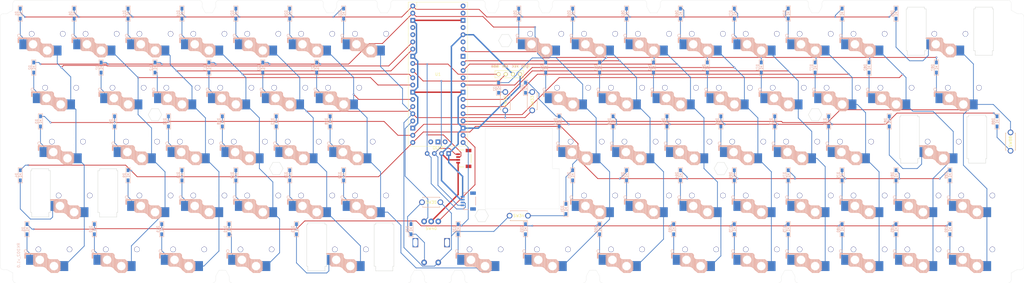
<source format=kicad_pcb>
(kicad_pcb (version 20240108) (generator "pcbnew") (generator_version "8.0")
  (layers (0 "F.Cu" signal) (31 "B.Cu" signal) (34 "B.Paste" user) (35 "F.Paste" user) (36 "B.SilkS" user "B.Silkscreen") (37 "F.SilkS" user "F.Silkscreen") (38 "B.Mask" user) (39 "F.Mask" user) (44 "Edge.Cuts" user))
  (net 0 "")
  (net 1 "row0")
  (net 2 "Net-(D1-A)")
  (net 3 "Net-(D2-A)")
  (net 4 "row1")
  (net 5 "row2")
  (net 6 "Net-(D3-A)")
  (net 7 "row3")
  (net 8 "Net-(D4-A)")
  (net 9 "row4")
  (net 10 "Net-(D5-A)")
  (net 11 "Net-(D6-A)")
  (net 12 "Net-(D7-A)")
  (net 13 "Net-(D8-A)")
  (net 14 "Net-(D9-A)")
  (net 15 "Net-(D10-A)")
  (net 16 "Net-(D11-A)")
  (net 17 "Net-(D12-A)")
  (net 18 "Net-(D13-A)")
  (net 19 "Net-(D14-A)")
  (net 20 "Net-(D15-A)")
  (net 21 "Net-(D16-A)")
  (net 22 "Net-(D17-A)")
  (net 23 "Net-(D18-A)")
  (net 24 "Net-(D19-A)")
  (net 25 "Net-(D20-A)")
  (net 26 "Net-(D21-A)")
  (net 27 "Net-(D22-A)")
  (net 28 "Net-(D23-A)")
  (net 29 "Net-(D24-A)")
  (net 30 "Net-(D25-A)")
  (net 31 "Net-(D26-A)")
  (net 32 "Net-(D27-A)")
  (net 33 "Net-(D28-A)")
  (net 34 "Net-(D29-A)")
  (net 35 "Net-(D30-A)")
  (net 36 "Net-(D51-A)")
  (net 37 "Net-(D52-A)")
  (net 38 "Net-(D53-A)")
  (net 39 "Net-(D54-A)")
  (net 40 "Net-(D55-A)")
  (net 41 "Net-(D56-A)")
  (net 42 "Net-(D57-A)")
  (net 43 "Net-(D58-A)")
  (net 44 "Net-(D59-A)")
  (net 45 "Net-(D60-A)")
  (net 46 "Net-(D61-A)")
  (net 47 "Net-(D62-A)")
  (net 48 "Net-(D63-A)")
  (net 49 "Net-(D64-A)")
  (net 50 "Net-(D65-A)")
  (net 51 "Net-(D66-A)")
  (net 52 "Net-(D67-A)")
  (net 53 "Net-(D68-A)")
  (net 54 "Net-(D69-A)")
  (net 55 "Net-(D70-A)")
  (net 56 "Net-(D71-A)")
  (net 57 "Net-(D72-A)")
  (net 58 "Net-(D73-A)")
  (net 59 "Net-(D74-A)")
  (net 60 "Net-(D75-A)")
  (net 61 "Net-(D76-A)")
  (net 62 "Net-(D77-A)")
  (net 63 "Net-(D78-A)")
  (net 64 "Net-(D79-A)")
  (net 65 "Net-(D80-A)")
  (net 66 "Net-(D81-A)")
  (net 67 "Net-(D82-A)")
  (net 68 "Net-(D83-A)")
  (net 69 "Net-(D84-A)")
  (net 70 "Net-(D85-A)")
  (net 71 "Net-(D86-A)")
  (net 72 "Net-(D87-A)")
  (net 73 "Net-(D89-A)")
  (net 74 "Net-(D90-A)")
  (net 75 "VCC")
  (net 76 "GND")
  (net 77 "col0")
  (net 78 "col1")
  (net 79 "col2")
  (net 80 "col3")
  (net 81 "col4")
  (net 82 "col5")
  (net 83 "col6")
  (net 84 "col7")
  (net 85 "col8")
  (net 86 "col9")
  (net 87 "col10")
  (net 88 "col11")
  (net 89 "col12")
  (net 90 "col13")
  (net 95 "Net-(D31-A)")
  (net 98 "Net-(D35-A)")
  (net 99 "RE1_A")
  (net 100 "RE1_B")
  (net 108 "col14")
  (net 109 "Net-(D88-A)")
  (net 110 "unconnected-(U1-GPIO3-Pad5)")
  (net 112 "Net-(D32-A)")
  (net 113 "Net-(D33-A)")
  (net 114 "Net-(D34-A)")
  (net 115 "SCL-DIO")
  (net 116 "SDA-SCK")
  (footprint "kbd_Parts:Diode_SMD" (layer "F.Cu") (at 209.55 116.6812 -90)
    (property "Reference" "D52")
    (property "Value" "D" (hide yes))
  )
  (footprint "kbd_Parts:Diode_SMD" (layer "F.Cu") (at 290.5125 135.7312 -90)
    (property "Reference" "D73")
    (property "Value" "D" (hide yes))
  )
  (footprint "Rikkodo_FootPrint:rkd_Asm_ChocV1V2_Hotswap_1u" (layer "F.Cu") (at 280.9875 142.875)
    (property "Reference" "SW68" (hide yes))
    (property "Value" "SW_Push" (hide yes))
  )
  (footprint "Rikkodo_FootPrint:rkd_Asm_ChocV1V2_Hotswap_1u" (layer "F.Cu") (at 66.675 142.875)
    (property "Reference" "SW8" (hide yes))
    (property "Value" "SW_Push" (hide yes))
  )
  (footprint "kbd_Parts:Diode_SMD" (layer "F.Cu") (at 271.4625 135.7312 -90)
    (property "Reference" "D68")
    (property "Value" "D" (hide yes))
  )
  (footprint "Rikkodo_FootPrint:rkd_Asm_ChocV1V2_Hotswap_1u" (layer "F.Cu") (at 33.3375 104.775)
    (property "Reference" "SW1" (hide yes))
    (property "Value" "SW_Push" (hide yes))
  )
  (footprint "kbd_Parts:Diode_SMD" (layer "F.Cu") (at 23.8125 97.6312 -90)
    (property "Reference" "D1")
    (property "Value" "D" (hide yes))
  )
  (footprint "kbd_Parts:Diode_SMD" (layer "F.Cu") (at 323.85 116.6812 -90)
    (property "Reference" "D82")
    (property "Value" "D" (hide yes))
  )
  (footprint "BrownSugar_KBD:SW_PUSH_6x3mm" (layer "F.Cu") (at 204.7875 128.5875 -90)
    (property "Reference" "SW33")
    (property "Value" "SW_Push")
  )
  (footprint "kbd_Parts:Diode_SMD" (layer "F.Cu") (at 192.88125 123.825 -90)
    (property "Reference" "D32")
    (property "Value" "D" (hide yes))
  )
  (footprint "Rikkodo_FootPrint:rkd_Asm_ChocV1V2_Hotswap_1u" (layer "F.Cu") (at 266.7 104.775)
    (property "Reference" "SW66" (hide yes))
    (property "Value" "SW_Push" (hide yes))
  )
  (footprint "kbd_Parts:Diode_SMD" (layer "F.Cu") (at 71.4375 116.6812 -90)
    (property "Reference" "D12")
    (property "Value" "D" (hide yes))
  )
  (footprint "kbd_Parts:Diode_SMD" (layer "F.Cu") (at 352.425 154.7812 -90)
    (property "Reference" "D89")
    (property "Value" "D" (hide yes))
  )
  (footprint "kbd_Parts:Diode_SMD" (layer "F.Cu") (at 138.1125 97.63125 -90)
    (property "Reference" "D31")
    (property "Value" "D" (hide yes))
  )
  (footprint "kbd_Hole:m2_Spacer_Hole_hex" (layer "F.Cu") (at 186.928125 169.06875)
    (property "Reference" "M7")
    (property "Value" "Mark")
    (fp_line (start -2.4 0) (end -1.2 2.15) (stroke (width 0.1)) (layer "Edge.Cuts"))
    (fp_line (start -1.2 -2.15) (end -2.4 0) (stroke (width 0.1)) (layer "Edge.Cuts"))
    (fp_line (start -1.2 2.15) (end 1.2 2.15) (stroke (width 0.1)) (layer "Edge.Cuts"))
    (fp_line (start 1.2 -2.15) (end -1.2 -2.15) (stroke (width 0.1)) (layer "Edge.Cuts"))
    (fp_line (start 1.2 2.15) (end 2.4 0) (stroke (width 0.1)) (layer "Edge.Cuts"))
    (fp_line (start 2.4 0) (end 1.2 -2.15) (stroke (width 0.1)) (layer "Edge.Cuts"))
  )
  (footprint "kbd_Parts:Diode_SMD" (layer "F.Cu") (at 295.275 173.8312 -90)
    (property "Reference" "D75")
    (property "Value" "D" (hide yes))
  )
  (footprint "Rikkodo_FootPrint:rkd_Asm_ChocV1V2_Hotswap_1u" (layer "F.Cu") (at 342.9 180.975)
    (property "Reference" "SW85" (hide yes))
    (property "Value" "SW_Push" (hide yes))
  )
  (footprint "BrownSugar_KBD:SW_PUSH_6x3mm" (layer "F.Cu") (at 195.2625 128.5875 -90)
    (property "Reference" "SW32")
    (property "Value" "SW_Push")
  )
  (footprint "Rikkodo_FootPrint:rkd_Asm_ChocV1V2_Hotswap_1u" (layer "F.Cu") (at 300.0375 142.875)
    (property "Reference" "SW73" (hide yes))
    (property "Value" "SW_Push" (hide yes))
  )
  (footprint "BrownSugar_KBD:SW_PUSH_6x3mm" (layer "F.Cu") (at 373.85625 142.875 90)
    (property "Reference" "SW88")
    (property "Value" "SW_Push")
  )
  (footprint "kbd_Parts:Diode_SMD" (layer "F.Cu") (at 333.375 97.6312 -90)
    (property "Reference" "D86")
    (property "Value" "D" (hide yes))
  )
  (footprint "kbd_Parts:Diode_SMD" (layer "F.Cu") (at 23.8125 154.7812 -90)
    (property "Reference" "D4")
    (property "Value" "D" (hide yes))
  )
  (footprint "Rikkodo_FootPrint:rkd_Asm_ChocV1V2_Hotswap_1u" (layer "F.Cu") (at 219.075 123.825)
    (property "Reference" "SW52" (hide yes))
    (property "Value" "SW_Push" (hide yes))
  )
  (footprint "Rikkodo_FootPrint:rkd_Asm_ChocV1V2_Hotswap_1u" (layer "F.Cu") (at 247.65 104.775)
    (property "Reference" "SW61" (hide yes))
    (property "Value" "SW_Push" (hide yes))
  )
  (footprint "kbd_Parts:Diode_SMD" (layer "F.Cu") (at 309.5625 135.7312 -90)
    (property "Reference" "D78")
    (property "Value" "D" (hide yes))
  )
  (footprint "Rikkodo_FootPrint:rkd_Asm_ChocV1V2_Hotswap_1u" (layer "F.Cu") (at 285.75 161.925)
    (property "Reference" "SW69" (hide yes))
    (property "Value" "SW_Push" (hide yes))
  )
  (footprint "kbd_Parts:Diode_SMD" (layer "F.Cu") (at 214.3125 135.7312 -90)
    (property "Reference" "D53")
    (property "Value" "D" (hide yes))
  )
  (footprint "Rikkodo_FootPrint:rkd_Asm_ChocV1V2_Hotswap_1u" (layer "F.Cu") (at 319.0875 142.875)
    (property "Reference" "SW78" (hide yes))
    (property "Value" "SW_Push" (hide yes))
  )
  (footprint "kbd_Hole:m2_Spacer_Hole_hex" (layer "F.Cu") (at 114.3 152.4)
    (property "Reference" "M4")
    (property "Value" "Mark")
    (fp_line (start -2.4 0) (end -1.2 2.15) (stroke (width 0.1)) (layer "Edge.Cuts"))
    (fp_line (start -1.2 -2.15) (end -2.4 0) (stroke (width 0.1)) (layer "Edge.Cuts"))
    (fp_line (start -1.2 2.15) (end 1.2 2.15) (stroke (width 0.1)) (layer "Edge.Cuts"))
    (fp_line (start 1.2 -2.15) (end -1.2 -2.15) (stroke (width 0.1)) (layer "Edge.Cuts"))
    (fp_line (start 1.2 2.15) (end 2.4 0) (stroke (width 0.1)) (layer "Edge.Cuts"))
    (fp_line (start 2.4 0) (end 1.2 -2.15) (stroke (width 0.1)) (layer "Edge.Cuts"))
  )
  (footprint "Rikkodo_FootPrint:rkd_Asm_ChocV1V2_Hotswap_1u" (layer "F.Cu") (at 314.325 123.825)
    (property "Reference" "SW77" (hide yes))
    (property "Value" "SW_Push" (hide yes))
  )
  (footprint "kbd_Parts:Diode_SMD" (layer "F.Cu") (at 285.75 116.6812 -90)
    (property "Reference" "D72")
    (property "Value" "D" (hide yes))
  )
  (footprint "Rikkodo_FootPrint:rkd_Asm_ChocV1V2_Hotswap_1u" (layer "F.Cu") (at 100.0125 123.825)
    (property "Reference" "SW17" (hide yes))
    (property "Value" "SW_Push" (hide yes))
  )
  (footprint "kbd_Parts:Diode_SMD" (layer "F.Cu") (at 233.3625 135.7312 -90)
    (property "Reference" "D58")
    (property "Value" "D" (hide yes))
  )
  (footprint "Rikkodo_FootPrint:rkd_Asm_ChocV1V2_Hotswap_1u" (layer "F.Cu") (at 71.4375 161.925)
    (property "Reference" "SW9" (hide yes))
    (property "Value" "SW_Push" (hide yes))
  )
  (footprint "kbd_Parts:Diode_SMD" (layer "F.Cu") (at 95.25 135.7312 -90)
    (property "Reference" "D18")
    (property "Value" "D" (hide yes))
  )
  (footprint "Rikkodo_FootPrint:rkd_Asm_ChocV1V2_Hotswap_1u" (layer "F.Cu") (at 238.125 180.975)
    (property "Reference" "SW60" (hide yes))
    (property "Value" "SW_Push" (hide yes))
  )
  (footprint "kbd_Parts:Diode_SMD" (layer "F.Cu") (at 109.5375 116.6812 -90)
    (property "Reference" "D22")
    (property "Value" "D" (hide yes))
  )
  (footprint "Rikkodo_FootPrint:rkd_Asm_ChocV1V2_Hotswap_1u" (layer "F.Cu") (at 242.8875 142.875)
    (property "Reference" "SW58" (hide yes))
    (property "Value" "SW_Push" (hide yes))
  )
  (footprint "BrownSugar_KBD:SW_PUSH_6x3mm" (layer "F.Cu") (at 169.06875 164.30625)
    (property "Reference" "SW35")
    (property "Value" "SW_Push")
  )
  (footprint "kbd_Hole:m2_Spacer_Hole_hex" (layer "F.Cu") (at 71.4375 133.35)
    (property "Reference" "M3")
    (property "Value" "Mark")
    (fp_line (start -2.4 0) (end -1.2 2.15) (stroke (width 0.1)) (layer "Edge.Cuts"))
    (fp_line (start -1.2 -2.15) (end -2.4 0) (stroke (width 0.1)) (layer "Edge.Cuts"))
    (fp_line (start -1.2 2.15) (end 1.2 2.15) (stroke (width 0.1)) (layer "Edge.Cuts"))
    (fp_line (start 1.2 -2.15) (end -1.2 -2.15) (stroke (width 0.1)) (layer "Edge.Cuts"))
    (fp_line (start 1.2 2.15) (end 2.4 0) (stroke (width 0.1)) (layer "Edge.Cuts"))
    (fp_line (start 2.4 0) (end 1.2 -2.15) (stroke (width 0.1)) (layer "Edge.Cuts"))
  )
  (footprint "kbd_Parts:Diode_SMD" (layer "F.Cu") (at 257.175 154.7812 -90)
    (property "Reference" "D64")
    (property "Value" "D" (hide yes))
  )
  (footprint "kbd_Parts:Diode_SMD" (layer "F.Cu") (at 114.3 135.7312 -90)
    (property "Reference" "D23")
    (property "Value" "D" (hide yes))
  )
  (footprint "kbd_Parts:Diode_SMD" (layer "F.Cu") (at 352.425 173.8312 -90)
    (property "Reference" "D90")
    (property "Value" "D" (hide yes))
  )
  (footprint "kbd_Parts:Diode_SMD" (layer "F.Cu") (at 97.6313 173.8312 -90)
    (property "Reference" "D20")
    (property "Value" "D" (hide yes))
  )
  (footprint "kbd_Parts:Diode_SMD" (layer "F.Cu") (at 80.9625 154.7812 -90)
    (property "Reference" "D14")
    (property "Value" "D" (hide yes))
  )
  (footprint "Rikkodo_FootPrint:rkd_Asm_ChocV1V2_Hotswap_1u" (layer "F.Cu") (at 261.9375 142.875)
    (property "Reference" "SW63" (hide yes))
    (property "Value" "SW_Push" (hide yes))
  )
  (footprint "Rikkodo_FootPrint:rkd_Asm_ChocV1V2_Hotswap_1u" (layer "F.Cu") (at 264.31875 180.975)
    (property "Reference" "SW65" (hide yes))
    (property "Value" "SW_Push" (hide yes))
  )
  (footprint "kbd_Parts:Diode_SMD" (layer "F.Cu") (at 295.275 97.5812 -90)
    (property "Reference" "D76")
    (property "Value" "D" (hide yes))
  )
  (footprint "kbd_Parts:Diode_SMD" (layer "F.Cu") (at 219.075 97.6312 -90)
    (property "Reference" "D56")
    (property "Value" "D" (hide yes))
  )
  (footprint "Rikkodo_FootPrint:rkd_Asm_ChocV1V2_Hotswap_1u" (layer "F.Cu") (at 52.3875 104.775)
    (property "Reference" "SW6" (hide yes))
    (property "Value" "SW_Push" (hide yes))
  )
  (footprint "Rikkodo_FootPrint:rkd_Asm_ChocV1V2_Hotswap_1u" (layer "F.Cu") (at 357.1875 123.825)
    (property "Reference" "SW87" (hide yes))
    (property "Value" "SW_Push" (hide yes))
  )
  (footprint "Rikkodo_FootPrint:rkd_Asm_ChocV1V2_Hotswap_1u" (layer "F.Cu") (at 123.825 142.875)
    (property "Reference" "SW23" (hide yes))
    (property "Value" "SW_Push" (hide yes))
  )
  (footprint "kbd_Parts:Diode_SMD" (layer "F.Cu") (at 178.5938 173.8312 -90)
    (property "Reference" "D30")
    (property "Value" "D" (hide yes))
  )
  (footprint "SparkFun-Connector:JST_SMD_1.0mm-4_Black" (layer "F.Cu") (at 178.59375 148.828125 90)
    (property "Reference" "J2")
    (property "Value" "Qwiic_RA")
  )
  (footprint "Rikkodo_FootPrint:rkd_Asm_ChocV1V2_Hotswap_1u" (layer "F.Cu") (at 61.9125 123.825)
    (property "Reference" "SW7" (hide yes))
    (property "Value" "SW_Push" (hide yes))
  )
  (footprint "Rikkodo_FootPrint:rkd_Asm_ChocV1V2_Hotswap_1u" (layer "F.Cu") (at 40.4813 142.875)
    (property "Reference" "SW3" (hide yes))
    (property "Value" "SW_Push" (hide yes))
  )
  (footprint "kbd_Parts:Diode_SMD" (layer "F.Cu") (at 238.125 97.6312 -90)
    (property "Reference" "D61")
    (property "Value" "D" (hide yes))
  )
  (footprint "Rikkodo_FootPrint:rkd_Asm_ChocV1V2_Hotswap_1u" (layer "F.Cu") (at 257.175 123.825)
    (property "Reference" "SW62" (hide yes))
    (property "Value" "SW_Push" (hide yes))
  )
  (footprint "kbd_Parts:Diode_SMD" (layer "F.Cu") (at 202.4063 173.8312 -90)
    (property "Reference" "D55")
    (property "Value" "D" (hide yes))
  )
  (footprint "Rikkodo_FootPrint:rkd_Asm_ChocV1V2_Hotswap_1u" (layer "F.Cu") (at 342.9 161.925)
    (property "Reference" "SW84" (hide yes))
    (property "Value" "SW_Push" (hide yes))
  )
  (footprint "kbd_Parts:Diode_SMD" (layer "F.Cu") (at 266.7 116.6812 -90)
    (property "Reference" "D67")
    (property "Value" "D" (hide yes))
  )
  (footprint "Rikkodo_FootPrint:rkd_Asm_ChocV1V2_Hotswap_1u" (layer "F.Cu") (at 119.0625 123.825)
    (property "Reference" "SW22" (hide yes))
    (property "Value" "SW_Push" (hide yes))
  )
  (footprint "kbd_Parts:Diode_SMD" (layer "F.Cu") (at 52.3875 116.6812 -90)
    (property "Reference" "D7")
    (property "Value" "D" (hide yes))
  )
  (footprint "kbd_Parts:Diode_SMD" (layer "F.Cu") (at 238.125 154.7812 -90)
    (property "Reference" "D59")
    (property "Value" "D" (hide yes))
  )
  (footprint "kbd_Parts:Diode_SMD" (layer "F.Cu") (at 119.0625 154.7812 -90)
    (property "Reference" "D24")
    (property "Value" "D" (hide yes))
  )
  (footprint "Rikkodo_FootPrint:rkd_Asm_ChocV1V2_Hotswap_1u" (layer "F.Cu") (at 142.875 142.875)
    (property "Reference" "SW28" (hide yes))
    (property "Value" "SW_Push" (hide yes))
  )
  (footprint "kbd_Parts:Diode_SMD" (layer "F.Cu") (at 228.6 173.83125 -90)
    (property "Reference" "D60")
    (property "Value" "D" (hide yes))
  )
  (footprint "kbd_Parts:Diode_SMD" (layer "F.Cu") (at 61.9125 154.7812 -90)
    (property "Reference" "D9")
    (property "Value" "D" (hide yes))
  )
  (footprint "kbd_Parts:Diode_SMD" (layer "F.Cu") (at 138.1125 154.7812 -90)
    (property "Reference" "D29")
    (property "Value" "D" (hide yes))
  )
  (footprint "kbd_Parts:Diode_SMD" (layer "F.Cu") (at 314.325 154.7812 -90)
    (property "Reference" "D79")
    (property "Value" "D" (hide yes))
  )
  (footprint "kbd_Parts:Diode_SMD" (layer "F.Cu") (at 247.65 116.6812 -90)
    (property "Reference" "D62")
    (property "Value" "D" (hide yes))
  )
  (footprint "Rikkodo_FootPrint:rkd_Asm_ChocV1V2_Hotswap_1u" (layer "F.Cu") (at 333.375 123.825)
    (property "Reference" "SW82" (hide yes))
    (property "Value" "SW_Push" (hide yes))
  )
  (footprint "Rikkodo_FootPrint:rkd_Asm_ChocV1V2_Hotswap_1u" (layer "F.Cu") (at 83.3438 180.975)
    (property "Reference" "SW15" (hide yes))
    (property "Value" "SW_Push" (hide yes))
  )
  (footprint "Rikkodo_FootPrint:rkd_Asm_ChocV1V2_Hotswap_1u" (layer "F.Cu") (at 35.7188 180.975)
    (property "Reference" "SW5" (hide yes))
    (property "Value" "SW_Push" (hide yes))
  )
  (footprint "kbd_Parts:Diode_SMD" (layer "F.Cu") (at 161.925 173.83125 -90)
    (property "Reference" "D35")
    (property "Value" "D" (hide yes))
  )
  (footprint "Rikkodo_FootPrint:rkd_Asm_ChocV1V2_Hotswap_1u" (layer "F.Cu") (at 109.5375 161.925)
    (property "Reference" "SW19" (hide yes))
    (property "Value" "SW_Push" (hide yes))
  )
  (footprint "Rikkodo_FootPrint:rkd_Asm_ChocV1V2_Hotswap_1u" (layer "F.Cu") (at 223.8375 142.875)
    (property "Reference" "SW53" (hide yes))
    (property "Value" "SW_Push" (hide yes))
  )
  (footprint "kbd_Parts:Diode_SMD" (layer "F.Cu") (at 119.0625 97.6312 -90)
    (property "Reference" "D26")
    (property "Value" "D" (hide yes))
  )
  (footprint "kbd_Parts:Diode_SMD" (layer "F.Cu") (at 128.5875 116.6812 -90)
    (property "Reference" "D27")
    (property "Value" "D" (hide yes))
  )
  (footprint "kbd_Parts:Diode_SMD" (layer "F.Cu") (at 133.35 135.7312 -90)
    (property "Reference" "D28")
    (property "Value" "D" (hide yes))
  )
  (footprint "Rikkodo_FootPrint:rkd_Asm_ChocV1V2_Hotswap_1u" (layer "F.Cu") (at 247.65 161.925)
    (property "Reference" "SW59" (hide yes))
    (property "Value" "SW_Push" (hide yes))
  )
  (footprint "Rikkodo_FootPrint:rkd_Asm_ChocV1V2_Hotswap_1u" (layer "F.Cu") (at 147.6375 161.925)
    (property "Reference" "SW29" (hide yes))
    (property "Value" "SW_Push" (hide yes))
  )
  (footprint "kbd_Hole:m2_Spacer_Hole_hex" (layer "F.Cu") (at 271.4625 152.4)
    (property "Reference" "M5")
    (property "Value" "Mark")
    (fp_line (start -2.4 0) (end -1.2 2.15) (stroke (width 0.1)) (layer "Edge.Cuts"))
    (fp_line (start -1.2 -2.15) (end -2.4 0) (stroke (width 0.1)) (layer "Edge.Cuts"))
    (fp_line (start -1.2 2.15) (end 1.2 2.15) (stroke (width 0.1)) (layer "Edge.Cuts"))
    (fp_line (start 1.2 -2.15) (end -1.2 -2.15) (stroke (width 0.1)) (layer "Edge.Cuts"))
    (fp_line (start 1.2 2.15) (end 2.4 0) (stroke (width 0.1)) (layer "Edge.Cuts"))
    (fp_line (start 2.4 0) (end 1.2 -2.15) (stroke (width 0.1)) (layer "Edge.Cuts"))
  )
  (footprint "Rikkodo_FootPrint:rkd_Asm_ChocV1V2_Hotswap_1u" (layer "F.Cu") (at 104.775 142.875)
    (property "Reference" "SW18" (hide yes))
    (property "Value" "SW_Push" (hide yes))
  )
  (footprint "Rikkodo_FootPrint:rkd_Asm_ChocV1V2_Hotswap_1u" (layer "F.Cu") (at 38.1 123.825)
    (property "Reference" "SW2" (hide yes))
    (property "Value" "SW_Push" (hide yes))
  )
  (footprint "BrownSugar_KBD:OLED_center_display" (layer "F.Cu") (at 171.45 128.5875)
    (property "Reference" "OL2")
    (property "Value" "OLED")
  )
  (footprint "kbd_Parts:Diode_SMD" (layer "F.Cu") (at 200.025 97.6312 -90)
    (property "Reference" "D51")
    (property "Value" "D" (hide yes))
  )
  (footprint "Rikkodo_FootPrint:rkd_Asm_ChocV1V2_Hotswap_1u" (layer "F.Cu") (at 285.75 104.775)
    (property "Reference" "SW71" (hide yes))
    (property "Value" "SW_Push" (hide yes))
  )
  (footprint "kbd_Parts:Diode_SMD" (layer "F.Cu") (at 42.8625 97.6312 -90)
    (property "Reference" "D6")
    (property "Value" "D" (hide yes))
  )
  (footprint "kbd_Parts:Diode_SMD" (layer "F.Cu") (at 26.1938 173.8312 -90)
    (property "Reference" "D5")
    (property "Value" "D" (hide yes))
  )
  (footprint "kbd_Parts:Diode_SMD" (layer "F.Cu") (at 219.075 154.7812 -90)
    (property "Reference" "D54")
    (property "Value" "D" (hide yes))
  )
  (footprint "Rikkodo_FootPrint:rkd_Asm_ChocV1V2_Hotswap_1u" (layer "F.Cu") (at 128.5875 104.775)
    (property "Reference" "SW26" (hide yes))
    (property "Value" "SW_Push" (hide yes))
  )
  (footprint "Rikkodo_FootPrint:rkd_Asm_ChocV1V2_Hotswap_1u" (layer "F.Cu") (at 128.5875 161.925)
    (property "Reference" "SW24" (hide yes))
    (property "Value" "SW_Push" (hide yes))
  )
  (footprint "Rikkodo_FootPrint:rkd_Asm_ChocV1V2_Hotswap_1u" (layer "F.Cu") (at 323.85 104.775)
    (property "Reference" "SW81" (hide yes))
    (property "Value" "SW_Push" (hide yes))
  )
  (footprint "Rikkodo_FootPrint:rkd_Asm_ChocV2_Hotswap_2uW" (layer "F.Cu") (at 140.4938 180.975)
    (property "Reference" "SW25" (hide yes))
    (property "Value" "SW_Push" (hide yes))
    (fp_line (start -15.4 -8.8) (end -15.4 6) (stroke (width 0.12)) (layer "Edge.Cuts"))
    (fp_line (start -15.4 6) (end -15.025 6) (stroke (width 0.12)) (layer "Edge.Cuts"))
    (fp_line (start -15.025 -9.445) (end -8.975 -9.445) (stroke (width 0.12)) (layer "Edge.Cuts"))
    (fp_line (start -15.025 -8.8) (end -15.4 -8.8) (stroke (width 0.12)) (layer "Edge.Cuts"))
    (fp_line (start -15.025 -8.8) (end -15.025 -9.445) (stroke (width 0.12)) (layer "Edge.Cuts"))
    (fp_line (start -15.025 7.605) (end -15.025 6) (stroke (width 0.12)) (layer "Edge.Cuts"))
    (fp_line (start -8.975 -8.8) (end -8.975 -9.445) (stroke (width 0.12)) (layer "Edge.Cuts"))
    (fp_line (start -8.975 6) (end -8.975 7.605) (stroke (width 0.12)) (layer "Edge.Cuts"))
    (fp_line (start -8.975 7.605) (end -15.025 7.605) (stroke (width 0.12)) (layer "Edge.Cuts"))
    (fp_line (start -8.4 -8.8) (end -8.975 -8.8) (stroke (width 0.12)) (layer "Edge.Cuts"))
    (fp_line (start -8.4 6) (end -8.975 6) (stroke (width 0.12)) (layer "Edge.Cuts"))
    (fp_line (start -8.4 6) (end -8.4 -8.8) (stroke (width 0.12)) (layer "Edge.Cuts"))
    (fp_line (start 8.4 -8.8) (end 8.975 -8.8) (stroke (width 0.12)) (layer "Edge.Cuts"))
    (fp_line (start 8.4 6) (end 8.4 -8.8) (stroke (width 0.12)) (layer "Edge.Cuts"))
    (fp_line (start 8.975 -9.445) (end 8.975 -8.8) (stroke (width 0.12)) (layer "Edge.Cuts"))
    (fp_line (start 8.975 6) (end 8.4 6) (stroke (width 0.12)) (layer "Edge.Cuts"))
    (fp_line (start 8.975 6) (end 8.975 7.605) (stroke (width 0.12)) (layer "Edge.Cuts"))
    (fp_line (start 8.975 7.605) (end 15.025 7.605) (stroke (width 0.12)) (layer "Edge.Cuts"))
    (fp_line (start 15.025 -9.445) (end 8.975 -9.445) (stroke (width 0.12)) (layer "Edge.Cuts"))
    (fp_line (start 15.025 -9.445) (end 15.025 -8.8) (stroke (width 0.12)) (layer "Edge.Cuts"))
    (fp_line (start 15.025 -8.8) (end 15.4 -8.8) (stroke (width 0.12)) (layer "Edge.Cuts"))
    (fp_line (start 15.025 7.605) (end 15.025 6) (stroke (width 0.12)) (layer "Edge.Cuts"))
    (fp_line (start 15.4 -8.8) (end 15.4 6) (stroke (width 0.12)) (layer "Edge.Cuts"))
    (fp_line (start 15.4 6) (end 15.025 6) (stroke (width 0.12)) (layer "Edge.Cuts"))
  )
  (footprint "Rikkodo_FootPrint:rkd_Asm_ChocV1V2_Hotswap_1u" (layer "F.Cu") (at 90.4875 104.775)
    (property "Reference" "SW16" (hide yes))
    (property "Value" "SW_Push" (hide yes))
  )
  (footprint "Rikkodo_FootPrint:rkd_Asm_ChocV1V2_Hotswap_1u" (layer "F.Cu") (at 107.1563 180.975)
    (property "Reference" "SW20" (hide yes))
    (property "Value" "SW_Push" (hide yes))
  )
  (footprint "kbd_Parts:Diode_SMD" (layer "F.Cu") (at 333.375 154.7812 -90)
    (property "Reference" "D84")
    (property "Value" "D" (hide yes))
  )
  (footprint "Rikkodo_FootPrint:rkd_Asm_ChocV1V2_Hotswap_1u" (layer "F.Cu") (at 304.8 161.925)
    (property "Reference" "SW74" (hide yes))
    (property "Value" "SW_Push" (hide yes))
  )
  (footprint "Rikkodo_FootPrint:rkd_Asm_ChocV1V2_Hotswap_1u" (layer "F.Cu") (at 90.4875 161.925)
    (property "Reference" "SW14" (hide yes))
    (property "Value" "SW_Push" (hide yes))
  )
  (footprint "Rikkodo_FootPrint:rkd_Asm_ChocV1V2_Hotswap_1u" (layer "F.Cu") (at 188.1188 180.975)
    (property "Reference" "SW30" (hide yes))
    (property "Value" "SW_Push" (hide yes))
  )
  (footprint "kbd_Parts:Diode_SMD" (layer "F.Cu") (at 61.9125 97.6312 -90)
    (property "Reference" "D11")
    (property "Value" "D" (hide yes))
  )
  (footprint "kbd_Parts:Diode_SMD" (layer "F.Cu") (at 80.9625 97.6312 -90)
    (property "Reference" "D16")
    (property "Value" "D" (hide yes))
  )
  (footprint "kbd_Parts:Diode_SMD" (layer "F.Cu") (at 276.225 173.8312 -90)
    (property "Reference" "D70")
    (property "Value" "D" (hide yes))
  )
  (footprint "kbd_Parts:Diode_SMD" (layer "F.Cu") (at 50.0063 173.8312 -90)
    (property "Reference" "D10")
    (property "Value" "D" (hide yes))
  )
  (footprint "kbd_Parts:Diode_SMD" (layer "F.Cu") (at 276.225 97.6312 -90)
    (property "Reference" "D71")
    (property "Value" "D" (hide yes))
  )
  (footprint "BrownSugar_KBD:SW_PUSH_6x3mm" (layer "F.Cu") (at 200.025 169.06875 180)
    (property "Reference" "SW34")
    (property "Value" "SW_Push")
  )
  (footprint "Rikkodo_FootPrint:rkd_Asm_ChocV1V2_Hotswap_1u" (layer "F.Cu") (at 238.125 123.825)
    (property "Reference" "SW57" (hide yes))
    (property "Value" "SW_Push" (hide yes))
  )
  (footprint "kbd_Parts:Diode_SMD" (layer "F.Cu") (at 76.2 135.73125 -90)
    (property "Reference" "D13")
    (property "Value" "D" (hide yes))
  )
  (footprint "kbd_Hole:m2_Spacer_Hole_hex" (layer "F.Cu") (at 195.2625 107.15625)
    (property "Reference" "M2")
    (property "Value" "Mark")
    (fp_line (start -2.4 0) (end -1.2 2.15) (stroke (width 0.1)) (layer "Edge.Cuts"))
    (fp_line (start -1.2 -2.15) (end -2.4 0) (stroke (width 0.1)) (layer "Edge.Cuts"))
    (fp_line (start -1.2 2.15) (end 1.2 2.15) (stroke (width 0.1)) (layer "Edge.Cuts"))
    (fp_line (start 1.2 -2.15) (end -1.2 -2.15) (stroke (width 0.1)) (layer "Edge.Cuts"))
    (fp_line (start 1.2 2.15) (end 2.4 0) (stroke (width 0.1)) (layer "Edge.Cuts"))
    (fp_line (start 2.4 0) (end 1.2 -2.15) (stroke (width 0.1)) (layer "Edge.Cuts"))
  )
  (footprint "Rikkodo_FootPrint:rkd_Asm_ChocV2_Hotswap_2uW" (layer "F.Cu") (at 42.8625 161.925)
    (property "Reference" "SW4" (hide yes))
    (property "Value" "SW_Push" (hide yes))
    (fp_line (start -15.4 -8.8) (end -15.4 6) (stroke (width 0.12)) (layer "Edge.Cuts"))
    (fp_line (start -15.4 6) (end -15.025 6) (stroke (width 0.12)) (layer "Edge.Cuts"))
    (fp_line (start -15.025 -9.445) (end -8.975 -9.445) (stroke (width 0.12)) (layer "Edge.Cuts"))
    (fp_line (start -15.025 -8.8) (end -15.4 -8.8) (stroke (width 0.12)) (layer "Edge.Cuts"))
    (fp_line (start -15.025 -8.8) (end -15.025 -9.445) (stroke (width 0.12)) (layer "Edge.Cuts"))
    (fp_line (start -15.025 7.605) (end -15.025 6) (stroke (width 0.12)) (layer "Edge.Cuts"))
    (fp_line (start -8.975 -8.8) (end -8.975 -9.445) (stroke (width 0.12)) (layer "Edge.Cuts"))
    (fp_line (start -8.975 6) (end -8.975 7.605) (stroke (width 0.12)) (layer "Edge.Cuts"))
    (fp_line (start -8.975 7.605) (end -15.025 7.605) (stroke (width 0.12)) (layer "Edge.Cuts"))
    (fp_line (start -8.4 -8.8) (end -8.975 -8.8) (stroke (width 0.12)) (layer "Edge.Cuts"))
    (fp_line (start -8.4 6) (end -8.975 6) (stroke (width 0.12)) (layer "Edge.Cuts"))
    (fp_line (start -8.4 6) (end -8.4 -8.8) (stroke (width 0.12)) (layer "Edge.Cuts"))
    (fp_line (start 8.4 -8.8) (end 8.975 -8.8) (stroke (width 0.12)) (layer "Edge.Cuts"))
    (fp_line (start 8.4 6) (end 8.4 -8.8) (stroke (width 0.12)) (layer "Edge.Cuts"))
    (fp_line (start 8.975 -9.445) (end 8.975 -8.8) (stroke (width 0.12)) (layer "Edge.Cuts"))
    (fp_line (start 8.975 6) (end 8.4 6) (stroke (width 0.12)) (layer "Edge.Cuts"))
    (fp_line (start 8.975 6) (end 8.975 7.605) (stroke (width 0.12)) (layer "Edge.Cuts"))
    (fp_line (start 8.975 7.605) (end 15.025 7.605) (stroke (width 0.12)) (layer "Edge.Cuts"))
    (fp_line (start 15.025 -9.445) (end 8.975 -9.445) (stroke (width 0.12)) (layer "Edge.Cuts"))
    (fp_line (start 15.025 -9.445) (end 15.025 -8.8) (stroke (width 0.12)) (layer "Edge.Cuts"))
    (fp_line (start 15.025 -8.8) (end 15.4 -8.8) (stroke (width 0.12)) (layer "Edge.Cuts"))
    (fp_line (start 15.025 7.605) (end 15.025 6) (stroke (width 0.12)) (layer "Edge.Cuts"))
    (fp_line (start 15.4 -8.8) (end 15.4 6) (stroke (width 0.12)) (layer "Edge.Cuts"))
    (fp_line (start 15.4 6) (end 15.025 6) (stroke (width 0.12)) (layer "Edge.Cuts"))
  )
  (footprint "Rikkodo_FootPrint:rkd_Asm_ChocV1V2_Hotswap_1u" (layer "F.Cu") (at 228.6 161.925)
    (property "Reference" "SW54" (hide yes))
    (property "Value" "SW_Push" (hide yes))
  )
  (footprint "kbd_Parts:Diode_SMD" (layer "F.Cu") (at 254.79375 173.8312 -90)
    (property "Reference" "D65")
    (property "Value" "D" (hide yes))
  )
  (footprint "kbd_Parts:Diode_SMD" (layer "F.Cu") (at 369.09375 135.73125 -90)
    (property "Reference" "D88")
    (property "Value" "D" (hide yes))
  )
  (footprint "kbd_Parts:Diode_SMD" (layer "F.Cu") (at 257.175 97.6312 -90)
    (property "Reference" "D66")
    (property "Value" "D" (hide yes))
  )
  (footprint "Rikkodo_FootPrint:rkd_Asm_ChocV1V2_Hotswap_1u" (layer "F.Cu") (at 138.1125 123.825)
    (property "Reference" "SW27" (hide yes))
    (property "Value" "SW_Push" (hide yes))
  )
  (footprint "kbd_Parts:Diode_SMD" (layer "F.Cu") (at 73.8188 173.8312 -90)
    (property "Reference" "D15")
    (property "Value" "D" (hide yes))
  )
  (footprint "kbd_Parts:Diode_SMD" (layer "F.Cu") (at 295.275 154.7812 -90)
    (property "Reference" "D74")
    (property "Value" "D" (hide yes))
  )
  (footprint "Rikkodo_FootPrint:rkd_Asm_ChocV1V2_Hotswap_1u" (layer "F.Cu") (at 59.5313 180.975)
    (property "Reference" "SW10" (hide yes))
    (property "Value" "SW_Push" (hide yes))
  )
  (footprint "kbd_Parts:Diode_SMD" (layer "F.Cu") (at 314.325 173.8312 -90)
    (property "Reference" "D80")
    (property "Value" "D" (hide yes))
  )
  (footprint "kbd_Parts:Diode_SMD" (layer "F.Cu") (at 100.0125 97.6312 -90)
    (property "Reference" "D21")
    (property "Value" "D" (hide yes))
  )
  (footprint "Rikkodo_FootPrint:rkd_Guard_Screw_Hall" (layer "F.Cu") (at 171.45 125.0156 -90)
    (property "Reference" "M1" (hide yes))
    (property "Value" "Mark" (hide yes))
  )
  (footprint "kbd_Parts:Diode_SMD" (layer "F.Cu") (at 28.575 116.6812 -90)
    (property "Reference" "D2")
    (property "Value" "D" (hide yes))
  )
  (footprint "kbd_Parts:Diode_SMD" (layer "F.Cu") (at 30.9563 135.7312 -90)
    (property "Reference" "D3")
    (property "Value" "D" (hide yes))
  )
  (footprint "Rikkodo_FootPrint:rkd_Asm_ChocV1V2_Hotswap_1u" (layer "F.Cu") (at 209.55 104.775)
    (property "Reference" "SW51" (hide yes))
    (property "Value" "SW_Push" (hide yes))
  )
  (footprint "Rikkodo_FootPrint:rkd_Asm_ChocV1V2_Hotswap_1u" (layer "F.Cu") (at 361.95 161.925)
    (property "Reference" "SW89" (hide yes))
    (property "Value" "SW_Push" (hide yes))
  )
  (footprint "Rikkodo_FootPrint:rkd_Asm_ChocV1V2_Hotswap_1u" (layer "F.Cu") (at 266.7 161.925)
    (property "Reference" "SW64" (hide yes))
    (property "Value" "SW_Push" (hide yes))
  )
  (footprint "BrownSugar_KBD:RotaryEncoder_EC11-Switch" (layer "F.Cu") (at 169.06875 178.59375 180)
    (property "Reference" "SW40")
    (property "Value" "RotaryEncoder_Switch")
  )
  (footprint "kbd_Parts:Diode_SMD" (layer "F.Cu") (at 100.0125 154.7812 -90)
    (property "Reference" "D19")
    (property "Value" "D" (hide yes))
  )
  (footprint "kbd_Parts:Diode_SMD" (layer "F.Cu") (at 228.6 116.6812 -90)
    (property "Reference" "D57")
    (property "Value" "D" (hide yes))
  )
  (footprint "Rikkodo_FootPrint:rkd_Asm_ChocV1V2_Hotswap_1u" (layer "F.Cu") (at 85.725 142.875)
    (property "Reference" "SW13" (hide yes))
    (property "Value" "SW_Push" (hide yes))
  )
  (footprint "kbd_Parts:Diode_SMD" (layer "F.Cu") (at 330.9938 135.7312 -90)
    (property "Reference" "D83")
    (property "Value" "D" (hide yes))
  )
  (footprint "Rikkodo_FootPrint:rkd_Asm_ChocV1V2_Hotswap_1u" (layer "F.Cu") (at 295.275 123.825)
    (property "Reference" "SW72" (hide yes))
    (property "Value" "SW_Push" (hide yes))
  )
  (footprint "Rikkodo_FootPrint:rkd_Asm_ChocV1V2_Hotswap_1u" (layer "F.Cu") (at 323.85 180.975)
    (property "Reference" "SW80" (hide yes))
    (property "Value" "SW_Push" (hide yes))
  )
  (footprint "Rikkodo_FootPrint:rkd_Asm_ChocV1V2_Hotswap_1u" (layer "F.Cu") (at 71.4375 104.775)
    (property "Reference" "SW11" (hide yes))
    (property "Value" "SW_Push" (hide yes))
  )
  (footprint "Rikkodo_FootPrint:rkd_RPi_Pico_TH" (layer "F.Cu") (at 171.45 119.0625)
    (property "Reference" "U1")
    (property "Value" "Pico")
  )
  (footprint "Rikkodo_FootPrint:rkd_Asm_ChocV1V2_Hotswap_1u" (layer "F.Cu") (at 361.95 180.975)
    (property "Reference" "SW90" (hide yes))
    (property "Value" "SW_Push" (hide yes))
  )
  (footprint "Rikkodo_FootPrint:rkd_Asm_ChocV1V2_Hotswap_1u" (layer "F.Cu") (at 285.75 180.975)
    (property "Reference" "SW70" (hide yes))
    (property "Value" "SW_Push" (hide yes))
  )
  (footprint "kbd_Parts:Diode_SMD" (layer "F.Cu") (at 202.40625 123.825 -90)
    (property "Reference" "D33")
    (property "Value" "D" (hide yes))
  )
  (footprint "kbd_Parts:Diode_SMD" (layer "F.Cu") (at 216.69375 166.6875 -90)
    (property "Reference" "D34")
    (property "Value" "D" (hide yes))
  )
  (footprint "Rikkodo_FootPrint:rkd_Asm_ChocV1V2_Hotswap_1u" (layer "F.Cu") (at 228.6 104.775)
    (property "Reference" "SW56" (hide yes))
    (property "Value" "SW_Push" (hide yes))
  )
  (footprint "Rikkodo_FootPrint:rkd_Asm_ChocV1V2_Hotswap_1u" (layer "F.Cu") (at 323.85 161.925)
    (property "Reference" "SW79" (hide yes))
    (property "Value" "SW_Push" (hide yes))
  )
  (footprint "Rikkodo_FootPrint:rkd_Asm_ChocV1V2_Hotswap_1u" (layer "F.Cu") (at 147.6375 104.775)
    (property "Reference" "SW31" (hide yes))
    (property "Value" "SW_Push" (hide yes))
  )
  (footprint "Rikkodo_FootPrint:rkd_Asm_ChocV1V2_Hotswap_1u" (layer "F.Cu") (at 211.9313 180.975)
    (property "Reference" "SW55" (hide yes))
    (property "Value" "SW_Push" (hide yes))
  )
  (footprint "Rikkodo_FootPrint:rkd_Asm_ChocV1V2_Hotswap_1u" (layer "F.Cu") (at 304.8 180.975)
    (property "Reference" "SW75" (hide yes))
    (property "Value" "SW_Push" (hide yes))
  )
  (footprint "Rikkodo_FootPrint:rkd_Asm_ChocV2_Hotswap_2uW" (layer "F.Cu") (at 350.0438 142.875)
    (property "Reference" "SW83" (hide yes))
    (property "Value" "SW_Push" (hide yes))
    (fp_line (start -15.4 -8.8) (end -15.4 6) (stroke (width 0.12)) (layer "Edge.Cuts"))
    (fp_line (start -15.4 6) (end -15.025 6) (stroke (width 0.12)) (layer "Edge.Cuts"))
    (fp_line (start -15.025 -9.445) (end -8.975 -9.445) (stroke (width 0.12)) (layer "Edge.Cuts"))
    (fp_line (start -15.025 -8.8) (end -15.4 -8.8) (stroke (width 0.12)) (layer "Edge.Cuts"))
    (fp_line (start -15.025 -8.8) (end -15.025 -9.445) (stroke (width 0.12)) (layer "Edge.Cuts"))
    (fp_line (start -15.025 7.605) (end -15.025 6) (stroke (width 0.12)) (layer "Edge.Cuts"))
    (fp_line (start -8.975 -8.8) (end -8.975 -9.445) (stroke (width 0.12)) (layer "Edge.Cuts"))
    (fp_line (start -8.975 6) (end -8.975 7.605) (stroke (width 0.12)) (layer "Edge.Cuts"))
    (fp_line (start -8.975 7.605) (end -15.025 7.605) (stroke (width 0.12)) (layer "Edge.Cuts"))
    (fp_line (start -8.4 -8.8) (end -8.975 -8.8) (stroke (width 0.12)) (layer "Edge.Cuts"))
    (fp_line (start -8.4 6) (end -8.975 6) (stroke (width 0.12)) (layer "Edge.Cuts"))
    (fp_line (start -8.4 6) (end -8.4 -8.8) (stroke (width 0.12)) (layer "Edge.Cuts"))
    (fp_line (start 8.4 -8.8) (end 8.975 -8.8) (stroke (width 0.12)) (layer "Edge.Cuts"))
    (fp_line (start 8.4 6) (end 8.4 -8.8) (stroke (width 0.12)) (layer "Edge.Cuts"))
    (fp_line (start 8.975 -9.445) (end 8.975 -8.8) (stroke (width 0.12)) (layer "Edge.Cuts"))
    (fp_line (start 8.975 6) (end 8.4 6) (stroke (width 0.12)) (layer "Edge.Cuts"))
    (fp_line (start 8.975 6) (end 8.975 7.605) (stroke (width 0.12)) (layer "Edge.Cuts"))
    (fp_line (start 8.975 7.605) (end 15.025 7.605) (stroke (width 0.12)) (layer "Edge.Cuts"))
    (fp_line (start 15.025 -9.445) (end 8.975 -9.445) (stroke (width 0.12)) (layer "Edge.Cuts"))
    (fp_line (start 15.025 -9.445) (end 15.025 -8.8) (stroke (width 0.12)) (layer "Edge.Cuts"))
    (fp_line (start 15.025 -8.8) (end 15.4 -8.8) (stroke (width 0.12)) (layer "Edge.Cuts"))
    (fp_line (start 15.025 7.605) (end 15.025 6) (stroke (width 0.12)) (layer "Edge.Cuts"))
    (fp_line (start 15.4 -8.8) (end 15.4 6) (stroke (width 0.12)) (layer "Edge.Cuts"))
    (fp_line (start 15.4 6) (end 15.025 6) (stroke (width 0.12)) (layer "Edge.Cuts"))
  )
  (footprint "kbd_Parts:Diode_SMD" (layer "F.Cu") (at 314.325 97.6312 -90)
    (property "Reference" "D81" (hide yes))
    (property "Value" "D" (hide yes))
  )
  (footprint "Rikkodo_FootPrint:rkd_Asm_ChocV2_Hotswap_2uW" (layer "F.Cu") (at 352.425 104.775)
    (property "Reference" "SW86" (hide yes))
    (property "Value" "SW_Push" (hide yes))
    (fp_line (start -15.4 -8.8) (end -15.4 6) (stroke (width 0.12)) (layer "Edge.Cuts"))
    (fp_line (start -15.4 6) (end -15.025 6) (stroke (width 0.12)) (layer "Edge.Cuts"))
    (fp_line (start -15.025 -9.445) (end -8.975 -9.445) (stroke (width 0.12)) (layer "Edge.Cuts"))
    (fp_line (start -15.025 -8.8) (end -15.4 -8.8) (stroke (width 0.12)) (layer "Edge.Cuts"))
    (fp_line (start -15.025 -8.8) (end -15.025 -9.445) (stroke (width 0.12)) (layer "Edge.Cuts"))
    (fp_line (start -15.025 7.605) (end -15.025 6) (stroke (width 0.12)) (layer "Edge.Cuts"))
    (fp_line (start -8.975 -8.8) (end -8.975 -9.445) (stroke (width 0.12)) (layer "Edge.Cuts"))
    (fp_line (start -8.975 6) (end -8.975 7.605) (stroke (width 0.12)) (layer "Edge.Cuts"))
    (fp_line (start -8.975 7.605) (end -15.025 7.605) (stroke (width 0.12)) (layer "Edge.Cuts"))
    (fp_line (start -8.4 -8.8) (end -8.975 -8.8) (stroke (width 0.12)) (layer "Edge.Cuts"))
    (fp_line (start -8.4 6) (end -8.975 6) (stroke (width 0.12)) (layer "Edge.Cuts"))
    (fp_line (start -8.4 6) (end -8.4 -8.8) (stroke (width 0.12)) (layer "Edge.Cuts"))
    (fp_line (start 8.4 -8.8) (end 8.975 -8.8) (stroke (width 0.12)) (layer "Edge.Cuts"))
    (fp_line (start 8.4 6) (end 8.4 -8.8) (stroke (width 0.12)) (layer "Edge.Cuts"))
    (fp_line (start 8.975 -9.445) (end 8.975 -8.8) (stroke (width 0.12)) (layer "Edge.Cuts"))
    (fp_line (start 8.975 6) (end 8.4 6) (stroke (width 0.12)) (layer "Edge.Cuts"))
    (fp_line (start 8.975 6) (end 8.975 7.605) (stroke (width 0.12)) (layer "Edge.Cuts"))
    (fp_line (start 8.975 7.605) (end 15.025 7.605) (stroke (width 0.12)) (layer "Edge.Cuts"))
    (fp_line (start 15.025 -9.445) (end 8.975 -9.445) (stroke (width 0.12)) (layer "Edge.Cuts"))
    (fp_line (start 15.025 -9.445) (end 15.025 -8.8) (stroke (width 0.12)) (layer "Edge.Cuts"))
    (fp_line (start 15.025 -8.8) (end 15.4 -8.8) (stroke (width 0.12)) (layer "Edge.Cuts"))
    (fp_line (start 15.025 7.605) (end 15.025 6) (stroke (width 0.12)) (layer "Edge.Cuts"))
    (fp_line (start 15.4 -8.8) (end 15.4 6) (stroke (width 0.12)) (layer "Edge.Cuts"))
    (fp_line (start 15.4 6) (end 15.025 6) (stroke (width 0.12)) (layer "Edge.Cuts"))
  )
  (footprint "kbd_Parts:Diode_SMD" (layer "F.Cu") (at 333.375 173.8312 -90)
    (property "Reference" "D85")
    (property "Value" "D" (hide yes))
  )
  (footprint "Rikkodo_FootPrint:rkd_Asm_ChocV1V2_Hotswap_1u" (layer "F.Cu") (at 80.9625 123.825)
    (property "Reference" "SW12" (hide yes))
    (property "Value" "SW_Push" (hide yes))
  )
  (footprint "Rikkodo_FootPrint:rkd_Asm_ChocV1V2_Hotswap_1u" (layer "F.Cu") (at 109.5375 104.775)
    (property "Reference" "SW21" (hide yes))
    (property "Value" "SW_Push" (hide yes))
  )
  (footprint "kbd_Parts:OLED" (layer "F.Cu") (at 192.88125 119.0625)
    (property "Reference" "OL1")
    (property "Value" "OLED" (hide yes))
  )
  (footprint "kbd_Parts:Diode_SMD" (layer "F.Cu") (at 304.8 116.6812 -90)
    (property "Reference" "D77")
    (property "Value" "D" (hide yes))
  )
  (footprint "kbd_Parts:Diode_SMD" (layer "F.Cu") (at 252.4125 135.7312 -90)
    (property "Reference" "D63")
    (property "Value" "D" (hide yes))
  )
  (footprint "Rikkodo_FootPrint:rkd_Asm_ChocV1V2_Hotswap_1u" (layer "F.Cu") (at 276.225 123.825)
    (property "Reference" "SW67" (hide yes))
    (property "Value" "SW_Push" (hide yes))
  )
  (footprint "kbd_Parts:Diode_SMD" (layer "F.Cu") (at 90.4875 116.6812 -90)
    (property "Reference" "D17")
    (property "Value" "D" (hide yes))
  )
  (footprint "kbd_Parts:Diode_SMD" (layer "F.Cu") (at 57.15 135.7312 -90)
    (property "Reference" "D8")
    (property "Value" "D" (hide yes))
  )
  (footprint "kbd_Parts:Diode_SMD" (layer "F.Cu") (at 347.6625 116.6812 -90)
    (property "Reference" "D87")
    (property "Value" "D" (hide yes))
  )
  (footprint "kbd_Parts:Diode_SMD" (layer "F.Cu") (at 276.225 154.7812 -90)
    (property "Reference" "D69")
    (property "Value" "D" (hide yes))
  )
  (footprint "Rikkodo_FootPrint:rkd_Asm_ChocV1V2_Hotswap_1u" (layer "F.Cu") (at 304.8 104.775)
    (property "Reference" "SW76" (hide yes))
    (property "Value" "SW_Push" (hide yes))
  )
  (footprint "kbd_Parts:Diode_SMD" (layer "F.Cu") (at 121.4438 173.8312 -90)
    (property "Reference" "D25")
    (property "Value" "D" (hide yes))
  )
  (footprint "kbd_Hole:m2_Spacer_Hole_hex" (layer "F.Cu") (at 304.8 133.35)
    (property "Reference" "M6")
    (property "Value" "Mark")
    (fp_line (start -2.4 0) (end -1.2 2.15) (stroke (width 0.1)) (layer "Edge.Cuts"))
    (fp_line (start -1.2 -2.15) (end -2.4 0) (stroke (width 0.1)) (layer "Edge.Cuts"))
    (fp_line (start -1.2 2.15) (end 1.2 2.15) (stroke (width 0.1)) (layer "Edge.Cuts"))
    (fp_line (start 1.2 -2.15) (end -1.2 -2.15) (stroke (width 0.1)) (layer "Edge.Cuts"))
    (fp_line (start 1.2 2.15) (end 2.4 0) (stroke (width 0.1)) (layer "Edge.Cuts"))
    (fp_line (start 2.4 0) (end 1.2 -2.15) (stroke (width 0.1)) (layer "Edge.Cuts"))
  )
  (footprint "SparkFun-Connector:JST_SMD_1.0mm-4_Black" (layer "B.Cu") (at 180.176625 163.8875 -90)
    (property "Reference" "J1")
    (property "Value" "Qwiic_RA")
  )
  (gr_line (start 250.05 94.059375) (end 250.06875 95.25) (stroke (width 0.05)) (layer "Edge.Cuts"))
  (gr_line (start 308.390625 92.868725) (end 372.896875 92.859375) (stroke (width 0.05)) (layer "Edge.Cuts"))
  (gr_line (start 19.05 188.1) (end 21.2 189.3) (stroke (width 0.05)) (layer "Edge.Cuts"))
  (gr_line (start 307.2 94.05935) (end 307.21875 95.249975) (stroke (width 0.05)) (layer "Edge.Cuts"))
  (gr_line (start 251.240625 92.86875) (end 301.246875 92.868725) (stroke (width 0.05)) (layer "Edge.Cuts"))
  (gr_line (start 214.3125 166.6875) (end 214.3125 152.4) (stroke (width 0.05)) (layer "Edge.Cuts"))
  (gr_line (start 134.55 97.4) (end 135.75 95.25) (stroke (width 0.05)) (layer "Edge.Cuts"))
  (gr_line (start 298.846875 192.88125) (end 372.896875 192.890625) (stroke (width 0.05)) (layer "Edge.Cuts"))
  (gr_line (start 176.19375 190.5) (end 177.39375 188.35) (stroke (width 0.05)) (layer "Edge.Cuts"))
  (gr_line (start 250.06875 95.25) (end 248.86875 97.4) (stroke (width 0.05)) (layer "Edge.Cuts"))
  (gr_line (start 163.10625 188.35) (end 165.50625 188.35) (stroke (width 0.05)) (layer "Edge.Cuts"))
  (gr_line (start 294.075 188.35) (end 296.475 188.35) (stroke (width 0.05)) (layer "Edge.Cuts"))
  (gr_line (start 21.2 94.05) (end 21.2 96.45) (stroke (width 0.05)) (layer "Edge.Cuts"))
  (gr_arc (start 298.846875 192.88125) (mid 298.00496 192.53254) (end 297.65625 191.690625) (stroke (width 0.05)) (layer "Edge.Cuts"))
  (gr_line (start 94.05935 92.868725) (end 129.778125 92.86875) (stroke (width 0.05)) (layer "Edge.Cuts"))
  (gr_line (start 92.8875 95.25) (end 92.86875 94.059375) (stroke (width 0.05)) (layer "Edge.Cuts"))
  (gr_line (start 134.55 97.4) (end 132.15 97.4) (stroke (width 0.05)) (layer "Edge.Cuts"))
  (gr_line (start 188.11875 166.6875) (end 214.3125 166.6875) (stroke (width 0.05)) (layer "Edge.Cuts"))
  (gr_line (start 297.675 190.5) (end 297.65625 191.690625) (stroke (width 0.05)) (layer "Edge.Cuts"))
  (gr_line (start 188.11875 138.1125) (end 188.11875 152.4) (stroke (width 0.05)) (layer "Edge.Cuts"))
  (gr_line (start 97.65 190.5) (end 97.63125 191.690625) (stroke (width 0.05)) (layer "Edge.Cuts"))
  (gr_line (start 94.05 188.35) (end 96.45 188.35) (stroke (width 0.05)) (layer "Edge.Cuts"))
  (gr_arc (start 22.390625 192.890625) (mid 21.548701 192.541909) (end 21.2 191.7) (stroke (width 0.05)) (layer "Edge.Cuts"))
  (gr_line (start 245.26875 95.25) (end 245.2875 94.059375) (stroke (width 0.05)) (layer "Edge.Cuts"))
  (gr_line (start 376.2375 188.1) (end 374.0875 189.3) (stroke (width 0.05)) (layer "Edge.Cuts"))
  (gr_line (start 376.2375 97.65) (end 374.0875 96.45) (stroke (width 0.05)) (layer "Edge.Cuts"))
  (gr_arc (start 148.828125 92.86875) (mid 149.670049 93.217466) (end 150.01875 94.059375) (stroke (width 0.05)) (layer "Edge.Cuts"))
  (gr_arc (start 129.778125 92.86875) (mid 130.620046 93.217454) (end 130.96875 94.059375) (stroke (width 0.05)) (layer "Edge.Cuts"))
  (gr_line (start 378.61875 186.92815) (end 378.61875 98.82185) (stroke (width 0.05)) (layer "Edge.Cuts"))
  (gr_line (start 160.734375 192.88125) (end 98.821875 192.88125) (stroke (width 0.05)) (layer "Edge.Cuts"))
  (gr_arc (start 161.925 191.690625) (mid 161.576274 192.532524) (end 160.734375 192.88125) (stroke (width 0.05)) (layer "Edge.Cuts"))
  (gr_line (start 292.89375 191.690625) (end 292.875 190.5) (stroke (width 0.05)) (layer "Edge.Cuts"))
  (gr_line (start 176.2125 191.690625) (end 176.19375 190.5) (stroke (width 0.05)) (layer "Edge.Cuts"))
  (gr_line (start 377.428125 97.631225) (end 376.2375 97.65) (stroke (width 0.05)) (layer "Edge.Cuts"))
  (gr_line (start 16.66875 98.82187) (end 16.668775 186.92815) (stroke (width 0.05)) (layer "Edge.Cuts"))
  (gr_line (start 132.15 97.4) (end 130.95 95.25) (stroke (width 0.05)) (layer "Edge.Cuts"))
  (gr_arc (start 205.97805 92.868725) (mid 206.819946 93.217454) (end 207.168675 94.05935) (stroke (width 0.05)) (layer "Edge.Cuts"))
  (gr_arc (start 211.931175 94.05935) (mid 212.279898 93.217448) (end 213.1218 92.868725) (stroke (width 0.05)) (layer "Edge.Cuts"))
  (gr_arc (start 17.8594 188.118775) (mid 17.017483 187.770067) (end 16.668775 186.92815) (stroke (width 0.05)) (layer "Edge.Cuts"))
  (gr_line (start 211.931175 94.05935) (end 211.949925 95.249975) (stroke (width 0.05)) (layer "Edge.Cuts"))
  (gr_line (start 307.21875 95.249975) (end 306.01875 97.399975) (stroke (width 0.05)) (layer "Edge.Cuts"))
  (gr_arc (start 154.78125 94.059375) (mid 155.129986 93.217501) (end 155.971875 92.86875) (stroke (width 0.05)) (layer "Edge.Cuts"))
  (gr_line (start 148.828125 92.86875) (end 136.92185 92.868725) (stroke (width 0.05)) (layer "Edge.Cuts"))
  (gr_line (start 180.99375 190.5) (end 180.975 191.690625) (stroke (width 0.05)) (layer "Edge.Cuts"))
  (gr_arc (start 372.896875 92.859375) (mid 373.738792 93.208083) (end 374.0875 94.05) (stroke (width 0.05)) (layer "Edge.Cuts"))
  (gr_arc (start 229.790625 192.88125) (mid 228.948726 192.532524) (end 228.6 191.690625) (stroke (width 0.05)) (layer "Edge.Cuts"))
  (gr_line (start 229.790625 192.88125) (end 291.703125 192.88125) (stroke (width 0.05)) (layer "Edge.Cuts"))
  (gr_line (start 192.9 94.059375) (end 192.91875 95.25) (stroke (width 0.05)) (layer "Edge.Cuts"))
  (gr_line (start 166.70625 190.5) (end 165.50625 188.35) (stroke (width 0.05)) (layer "Edge.Cuts"))
  (gr_line (start 374.0875 189.3) (end 374.0875 191.7) (stroke (width 0.05)) (layer "Edge.Cuts"))
  (gr_line (start 223.8375 191.690625) (end 223.81875 190.5) (stroke (width 0.05)) (layer "Edge.Cuts"))
  (gr_arc (start 250.05 94.059375) (mid 250.398701 93.217451) (end 251.240625 92.86875) (stroke (width 0.05)) (layer "Edge.Cuts"))
  (gr_line (start 89.2875 97.4) (end 88.0875 95.25) (stroke (width 0.05)) (layer "Edge.Cuts"))
  (gr_line (start 214.3125 152.4) (end 211.93125 152.4) (stroke (width 0.05)) (layer "Edge.Cuts"))
  (gr_line (start 177.39375 188.35) (end 179.79375 188.35) (stroke (width 0.05)) (layer "Edge.Cuts"))
  (gr_line (start 223.81875 190.5) (end 225.01875 188.35) (stroke (width 0.05)) (layer "Edge.Cuts"))
  (gr_line (start 130.96875 94.059375) (end 130.95 95.25) (stroke (width 0.05)) (layer "Edge.Cuts"))
  (gr_arc (start 223.8375 191.690625) (mid 223.488774 192.532524) (end 222.646875 192.88125) (stroke (width 0.05)) (layer "Edge.Cuts"))
  (gr_arc (start 92.868725 94.05935) (mid 93.217466 93.217466) (end 94.05935 92.868725) (stroke (width 0.05)) (layer "Edge.Cuts"))
  (gr_arc (start 92.86875 191.690625) (mid 92.520006 192.532506) (end 91.678125 192.88125) (stroke (width 0.05)) (layer "Edge.Cuts"))
  (gr_line (start 374.0875 96.45) (end 374.0875 94.05) (stroke (width 0.05)) (layer "Edge.Cuts"))
  (gr_arc (start 378.61875 186.92815) (mid 378.270014 187.770024) (end 377.428125 188.118775) (stroke (width 0.05)) (layer "Edge.Cuts"))
  (gr_line (start 192.91875 95.25) (end 191.71875 97.4) (stroke (width 0.05)) (layer "Edge.Cuts"))
  (gr_line (start 188.11875 152.4) (end 188.11875 166.6875) (stroke (width 0.05)) (layer "Edge.Cuts"))
  (gr_arc (start 167.878125 192.88125) (mid 167.036226 192.532524) (end 166.6875 191.690625) (stroke (width 0.05)) (layer "Edge.Cuts"))
  (gr_line (start 154.8 95.25) (end 154.78125 94.059375) (stroke (width 0.05)) (layer "Edge.Cuts"))
  (gr_line (start 91.6875 97.4) (end 89.2875 97.4) (stroke (width 0.05)) (layer "Edge.Cuts"))
  (gr_arc (start 176.2125 191.690625) (mid 175.863756 192.532506) (end 175.021875 192.88125) (stroke (width 0.05)) (layer "Edge.Cuts"))
  (gr_line (start 303.61875 97.399975) (end 302.41875 95.249975) (stroke (width 0.05)) (layer "Edge.Cuts"))
  (gr_line (start 182.165625 192.88125) (end 222.646875 192.88125) (stroke (width 0.05)) (layer "Edge.Cuts"))
  (gr_line (start 186.946875 92.86875) (end 155.971875 92.86875) (stroke (width 0.05)) (layer "Edge.Cuts"))
  (gr_line (start 302.41875 95.249975) (end 302.4375 94.05935) (stroke (width 0.05)) (layer "Edge.Cuts"))
  (gr_line (start 189.31875 97.4) (end 188.11875 95.25) (stroke (width 0.05)) (layer "Edge.Cuts"))
  (gr_arc (start 292.89375 191.690625) (mid 292.545006 192.532506) (end 291.703125 192.88125) (stroke (width 0.05)) (layer "Edge.Cuts"))
  (gr_line (start 88.10625 94.059375) (end 88.0875 95.25) (stroke (width 0.05)) (layer "Edge.Cuts"))
  (gr_line (start 19.05 188.1) (end 17.859375 188.11875) (stroke (width 0.05)) (layer "Edge.Cuts"))
  (gr_line (start 292.875 190.5) (end 294.075 188.35) (stroke (width 0.05)) (layer "Edge.Cuts"))
  (gr_line (start 153.6 97.4) (end 154.8 95.25) (stroke (width 0.05)) (layer "Edge.Cuts"))
  (gr_line (start 22.390625 192.890625) (end 91.678125 192.88125) (stroke (width 0.05)) (layer "Edge.Cuts"))
  (gr_line (start 211.93125 152.4) (end 211.93125 138.1125) (stroke (width 0.05)) (layer "Edge.Cuts"))
  (gr_line (start 228.61875 190.5) (end 228.6 191.690625) (stroke (width 0.05)) (layer "Edge.Cuts"))
  (gr_arc (start 86.915625 92.86875) (mid 87.757546 93.217454) (end 88.10625 94.059375) (stroke (width 0.05)) (layer "Edge.Cuts"))
  (gr_arc (start 135.731225 94.05935) (mid 136.079958 93.217458) (end 136.92185 92.868725) (stroke (width 0.05)) (layer "Edge.Cuts"))
  (gr_line (start 377.428125 188.118775) (end 376.2375 188.1) (stroke (width 0.05)) (layer "Edge.Cuts"))
  (gr_arc (start 16.66875 98.82187) (mid 17.017476 97.979976) (end 17.85937 97.63125) (stroke (width 0.05)) (layer "Edge.Cuts"))
  (gr_line (start 188.11875 95.25) (end 188.1375 94.059375) (stroke (width 0.05)) (layer "Edge.Cuts"))
  (gr_line (start 211.93125 138.1125) (end 188.11875 138.1125) (stroke (width 0.05)) (layer "Edge.Cuts"))
  (gr_line (start 97.65 190.5) (end 96.45 188.35) (stroke (width 0.05)) (layer "Edge.Cuts"))
  (gr_line (start 150.01875 94.059375) (end 150 95.25) (stroke (width 0.05)) (layer "Edge.Cuts"))
  (gr_arc (start 307.2 94.05935) (mid 307.548708 93.217419) (end 308.390625 92.868725) (stroke (width 0.05)) (layer "Edge.Cuts"))
  (gr_arc (start 98.821875 192.88125) (mid 97.97996 192.53254) (end 97.63125 191.690625) (stroke (width 0.05)) (layer "Edge.Cuts"))
  (gr_line (start 92.86875 191.690625) (end 92.85 190.5) (stroke (width 0.05)) (layer "Edge.Cuts"))
  (gr_arc (start 21.2 94.05) (mid 21.548727 93.208102) (end 22.390625 92.859375) (stroke (width 0.05)) (layer "Edge.Cuts"))
  (gr_line (start 306.01875 97.399975) (end 303.61875 97.399975) (stroke (width 0.05)) (layer "Edge.Cuts"))
  (gr_line (start 19.05 97.65) (end 21.2 96.45) (stroke (width 0.05)) (layer "Edge.Cuts"))
  (gr_arc (start 301.246875 92.868725) (mid 302.088759 93.217466) (end 302.4375 94.05935) (stroke (width 0.05)) (layer "Edge.Cuts"))
  (gr_line (start 227.41875 188.35) (end 228.61875 190.5) (stroke (width 0.05)) (layer "Edge.Cuts"))
  (gr_line (start 166.70625 190.5) (end 166.6875 191.690625) (stroke (width 0.05)) (layer "Edge.Cuts"))
  (gr_line (start 151.2 97.4) (end 150 95.25) (stroke (width 0.05)) (layer "Edge.Cuts"))
  (gr_line (start 208.349925 97.399975) (end 207.149925 95.249975) (stroke (width 0.05)) (layer "Edge.Cuts"))
  (gr_line (start 19.05 97.65) (end 17.859375 97.63125) (stroke (width 0.05)) (layer "Edge.Cuts"))
  (gr_arc (start 377.428125 97.631225) (mid 378.270049 97.979941) (end 378.61875 98.82185) (stroke (width 0.05)) (layer "Edge.Cuts"))
  (gr_line (start 244.096875 92.86875) (end 213.1218 92.868725) (stroke (width 0.05)) (layer "Edge.Cuts"))
  (gr_line (start 161.925 191.690625) (end 161.90625 190.5) (stroke (width 0.05)) (layer "Edge.Cuts"))
  (gr_arc (start 244.096875 92.86875) (mid 244.938759 93.217491) (end 245.2875 94.059375) (stroke (width 0.05)) (layer "Edge.Cuts"))
  (gr_line (start 180.99375 190.5) (end 179.79375 188.35) (stroke (width 0.05)) (layer "Edge.Cuts"))
  (gr_line (start 161.90625 190.5) (end 163.10625 188.35) (stroke (width 0.05)) (layer "Edge.Cuts"))
  (gr_line (start 210.749925 97.399975) (end 208.349925 97.399975) (stroke (width 0.05)) (layer "Edge.Cuts"))
  (gr_line (start 91.6875 97.4) (end 92.8875 95.25) (stroke (width 0.05)) (layer "Edge.Cuts"))
  (gr_line (start 207.149925 95.249975) (end 207.168675 94.05935) (stroke (width 0.05)) (layer "Edge.Cuts"))
  (gr_line (start 211.949925 95.249975) (end 210.749925 97.399975) (stroke (width 0.05)) (layer "Edge.Cuts"))
  (gr_line (start 246.46875 97.4) (end 245.26875 95.25) (stroke (width 0.05)) (layer "Edge.Cuts"))
  (gr_arc (start 192.9 94.059375) (mid 193.248736 93.217501) (end 194.090625 92.86875) (stroke (width 0.05)) (layer "Edge.Cuts"))
  (gr_arc (start 374.0875 191.7) (mid 373.738774 192.541899) (end 372.896875 192.890625) (stroke (width 0.05)) (layer "Edge.Cuts"))
  (gr_line (start 22.390625 92.859375) (end 86.915625 92.86875) (stroke (width 0.05)) (layer "Edge.Cuts"))
  (gr_arc (start 186.946875 92.86875) (mid 187.788799 93.217466) (end 188.1375 94.059375) (stroke (width 0.05)) (layer "Edge.Cuts"))
  (gr_line (start 153.6 97.4) (end 151.2 97.4) (stroke (width 0.05)) (layer "Edge.Cuts"))
  (gr_line (start 205.97805 92.868725) (end 194.090625 92.86875) (stroke (width 0.05)) (layer "Edge.Cuts"))
  (gr_line (start 135.75 95.25) (end 135.73125 94.059375) (stroke (width 0.05)) (layer "Edge.Cuts"))
  (gr_arc (start 182.165625 192.88125) (mid 181.323708 192.532542) (end 180.975 191.690625) (stroke (width 0.05)) (layer "Edge.Cuts"))
  (gr_line (start 92.85 190.5) (end 94.05 188.35) (stroke (width 0.05)) (layer "Edge.Cuts"))
  (gr_line (start 296.475 188.35) (end 297.675 190.5) (stroke (width 0.05)) (layer "Edge.Cuts"))
  (gr_line (start 225.01875 188.35) (end 227.41875 188.35) (stroke (width 0.05)) (layer "Edge.Cuts"))
  (gr_line (start 21.2 191.7) (end 21.2 189.3) (stroke (width 0.05)) (layer "Edge.Cuts"))
  (gr_line (start 175.021875 192.88125) (end 167.878125 192.88125) (stroke (width 0.05)) (layer "Edge.Cuts"))
  (gr_line (start 248.86875 97.4) (end 246.46875 97.4) (stroke (width 0.05)) (layer "Edge.Cuts"))
  (gr_line (start 191.71875 97.4) (end 189.31875 97.4) (stroke (width 0.05)) (layer "Edge.Cuts"))
  (gr_text "scl" (at 196.453125 116.68125 0) (layer "B.SilkS") (effects (font (size 1 1)) (justify left bottom mirror)))
  (gr_text "vcc" (at 200.025 116.68125 0) (layer "B.SilkS") (effects (font (size 1 1)) (justify left bottom mirror)))
  (gr_text "RKD02_v1.0" (at 23.8125 178.59375 90) (layer "B.SilkS") (effects (font (size 1 1) (thickness 0.1)) (justify left bottom mirror)))
  (gr_text "sda" (at 192.88125 116.68125 0) (layer "B.SilkS") (effects (font (size 1 1)) (justify left bottom mirror)))
  (gr_text "gnd" (at 203.596875 116.68125 0) (layer "B.SilkS") (effects (font (size 1 1)) (justify left bottom mirror)))
  (gr_text "gnd" (at 201.215625 116.68125 0) (layer "F.SilkS") (effects (font (size 1 1)) (justify left bottom)))
  (gr_text "scl" (at 194.071875 116.68125 0) (layer "F.SilkS") (effects (font (size 1 1)) (justify left bottom)))
  (gr_text "vcc" (at 197.64375 116.68125 0) (layer "F.SilkS") (effects (font (size 1 1)) (justify left bottom)))
  (gr_text "sda" (at 190.5 116.68125 0) (layer "F.SilkS") (effects (font (size 1 1)) (justify left bottom)))
  (segment (start 134.540625 98.821875) (end 120.253125 98.821875) (width 0.25) (layer "F.Cu") (net 1))
  (segment (start 163.735 96.1075) (end 162.56 94.9325) (width 0.25) (layer "F.Cu") (net 1))
  (segment (start 82.159575 98.821875) (end 101.253775 98.821875) (width 0.25) (layer "F.Cu") (net 1))
  (segment (start 82.15635 98.81865) (end 82.159575 98.821875) (width 0.25) (layer "F.Cu") (net 1))
  (segment (start 277.415625 98.821875) (end 294.299998 98.821875) (width 0.25) (layer "F.Cu") (net 1))
  (segment (start 63.553375 98.821875) (end 82.153125 98.821875) (width 0.25) (layer "F.Cu") (net 1))
  (segment (start 311.89375 98.821875) (end 294.299998 98.821875) (width 0.25) (layer "F.Cu") (net 1))
  (segment (start 44.503375 98.821875) (end 63.553375 98.821875) (width 0.25) (layer "F.Cu") (net 1))
  (segment (start 311.94375 98.821875) (end 311.91875 98.796875) (width 0.25) (layer "F.Cu") (net 1))
  (segment (start 134.540625 98.821875) (end 134.540708 98.821958) (width 0.25) (layer "F.Cu") (net 1))
  (segment (start 82.153125 98.821875) (end 82.15635 98.81865) (width 0.25) (layer "F.Cu") (net 1))
  (segment (start 201.24095 98.79655) (end 201.266275 98.821875) (width 0.25) (layer "F.Cu") (net 1))
  (segment (start 311.91875 98.796875) (end 311.89375 98.821875) (width 0.25) (layer "F.Cu") (net 1))
  (segment (start 201.266275 98.821875) (end 220.316275 98.821875) (width 0.25) (layer "F.Cu") (net 1))
  (segment (start 258.365625 98.821875) (end 277.415625 98.821875) (width 0.25) (layer "F.Cu") (net 1))
  (segment (start 25.453375 98.821875) (end 44.503375 98.821875) (width 0.25) (layer "F.Cu") (net 1))
  (segment (start 120.253125 98.821875) (end 101.253775 98.821875) (width 0.25) (layer "F.Cu") (net 1))
  (segment (start 134.540708 98.821958) (end 158.670542 98.821958) (width 0.25) (layer "F.Cu") (net 1))
  (segment (start 185.999763 96.1075) (end 163.735 96.1075) (width 0.25) (layer "F.Cu") (net 1))
  (segment (start 239.315625 98.821875) (end 258.365625 98.821875) (width 0.25) (layer "F.Cu") (net 1))
  (segment (start 330.99375 98.821875) (end 311.94375 98.821875) (width 0.25) (layer "F.Cu") (net 1))
  (segment (start 201.24095 98.79655) (end 188.688813 98.79655) (width 0.25) (layer "F.Cu") (net 1))
  (segment (start 158.670542 98.821958) (end 162.56 94.9325) (width 0.25) (layer "F.Cu") (net 1))
  (segment (start 220.316275 98.821875) (end 239.315625 98.821875) (width 0.25) (layer "F.Cu") (net 1))
  (segment (start 188.688813 98.79655) (end 185.999763 96.1075) (width 0.25) (layer "F.Cu") (net 1))
  (via (at 63.553375 98.821875) (size 0.6) (drill 0.3) (layers "F.Cu" "B.Cu") (net 1))
  (via (at 258.365625 98.821875) (size 0.6) (drill 0.3) (layers "F.Cu" "B.Cu") (net 1))
  (via (at 330.99375 98.821875) (size 0.6) (drill 0.3) (layers "F.Cu" "B.Cu") (net 1))
  (via (at 120.253125 98.821875) (size 0.6) (drill 0.3) (layers "F.Cu" "B.Cu") (net 1))
  (via (at 311.91875 98.796875) (size 0.6) (drill 0.3) (layers "F.Cu" "B.Cu") (net 1))
  (via (at 294.299998 98.821875) (size 0.6) (drill 0.3) (layers "F.Cu" "B.Cu") (net 1))
  (via (at 134.540625 98.821875) (size 0.6) (drill 0.3) (layers "F.Cu" "B.Cu") (net 1))
  (via (at 277.415625 98.821875) (size 0.6) (drill 0.3) (layers "F.Cu" "B.Cu") (net 1))
  (via (at 44.503375 98.821875) (size 0.6) (drill 0.3) (layers "F.Cu" "B.Cu") (net 1))
  (via (at 101.253775 98.821875) (size 0.6) (drill 0.3) (layers "F.Cu" "B.Cu") (net 1))
  (via (at 220.316275 98.821875) (size 0.6) (drill 0.3) (layers "F.Cu" "B.Cu") (net 1))
  (via (at 239.315625 98.821875) (size 0.6) (drill 0.3) (layers "F.Cu" "B.Cu") (net 1))
  (via (at 25.453375 98.821875) (size 0.6) (drill 0.3) (layers "F.Cu" "B.Cu") (net 1))
  (via (at 201.24095 98.79655) (size 0.6) (drill 0.3) (layers "F.Cu" "B.Cu") (net 1))
  (via (at 82.15635 98.81865) (size 0.6) (drill 0.3) (layers "F.Cu" "B.Cu") (net 1))
  (segment (start 219.075 95.8562) (end 219.075 97.5806) (width 0.25) (layer "B.Cu") (net 1))
  (segment (start 277.415625 98.821875) (end 277.415625 97.63125) (width 0.25) (layer "B.Cu") (net 1))
  (segment (start 134.540625 98.821875) (end 137.50625 95.85625) (width 0.25) (layer "B.Cu") (net 1))
  (segment (start 162.56 94.9325) (end 162.48 94.9325) (width 0.25) (layer "B.Cu") (net 1))
  (segment (start 23.8125 95.8562) (end 23.8125 97.181) (width 0.25) (layer "B.Cu") (net 1))
  (segment (start 258.365625 96.440625) (end 257.7812 95.8562) (width 0.25) (layer "B.Cu") (net 1))
  (segment (start 257.7812 95.8562) (end 257.175 95.8562) (width 0.25) (layer "B.Cu") (net 1))
  (segment (start 23.8125 97.181) (end 25.453375 98.821875) (width 0.25) (layer "B.Cu") (net 1))
  (segment (start 101.253775 98.821875) (end 100.0125 97.5806) (width 0.25) (layer "B.Cu") (net 1))
  (segment (start 137.50625 95.85625) (end 138.1125 95.85625) (width 0.25) (layer "B.Cu") (net 1))
  (segment (start 219.075 97.5806) (end 220.316275 98.821875) (width 0.25) (layer "B.Cu") (net 1))
  (segment (start 311.91875 98.796875) (end 311.91875 98.26245) (width 0.25) (layer "B.Cu") (net 1))
  (segment (start 239.315625 98.821875) (end 238.125 97.63125) (width 0.25) (layer "B.Cu") (net 1))
  (segment (start 120.253125 98.821875) (end 119.0625 97.63125) (width 0.25) (layer "B.Cu") (net 1))
  (segment (start 42.8625 95.8562) (end 42.8625 97.181) (width 0.25) (layer "B.Cu") (net 1))
  (segment (start 61.9125 97.181) (end 61.9125 95.8562) (width 0.25) (layer "B.Cu") (net 1))
  (segment (start 238.125 97.63125) (end 238.125 95.8562) (width 0.25) (layer "B.Cu") (net 1))
  (segment (start 63.553375 98.821875) (end 61.9125 97.181) (width 0.25) (layer "B.Cu") (net 1))
  (segment (start 119.0625 97.63125) (end 119.0625 95.8562) (width 0.25) (layer "B.Cu") (net 1))
  (segment (start 276.225 96.440625) (end 276.225 95.8562) (width 0.25) (layer "B.Cu") (net 1))
  (segment (start 42.8625 97.181) (end 44.503375 98.821875) (width 0.25) (layer "B.Cu") (net 1))
  (segment (start 330.99375 98.821875) (end 333.375 96.440625) (width 0.25) (layer "B.Cu") (net 1))
  (segment (start 100.0125 97.5806) (end 100.0125 95.8562) (width 0.25) (layer "B.Cu") (net 1))
  (segment (start 333.375 96.440625) (end 333.375 95.8562) (width 0.25) (layer "B.Cu") (net 1))
  (segment (start 311.91875 98.26245) (end 314.325 95.8562) (width 0.25) (layer "B.Cu") (net 1))
  (segment (start 82.15635 98.81865) (end 80.9625 97.6248) (width 0.25) (layer "B.Cu") (net 1))
  (segment (start 277.415625 97.63125) (end 276.225 96.440625) (width 0.25) (layer "B.Cu") (net 1))
  (segment (start 258.365625 98.821875) (end 258.365625 96.440625) (width 0.25) (layer "B.Cu") (net 1))
  (segment (start 294.299998 98.821875) (end 294.299998 96.781202) (width 0.25) (layer "B.Cu") (net 1))
  (segment (start 294.299998 96.781202) (end 295.275 95.8062) (width 0.25) (layer "B.Cu") (net 1))
  (segment (start 201.24095 98.79655) (end 200.025 97.5806) (width 0.25) (layer "B.Cu") (net 1))
  (segment (start 80.9625 97.6248) (end 80.9625 95.8562) (width 0.25) (layer "B.Cu") (net 1))
  (segment (start 200.025 97.5806) (end 200.025 95.8562) (width 0.25) (layer "B.Cu") (net 1))
  (segment (start 23.8125 105.2233) (end 24.9875 106.3983) (width 0.25) (layer "B.Cu") (net 2))
  (segment (start 23.8125 99.4062) (end 23.8125 105.2233) (width 0.25) (layer "B.Cu") (net 2))
  (segment (start 24.9875 108.475) (end 24.9875 106.3983) (width 0.25) (layer "B.Cu") (net 2))
  (segment (start 28.575 118.4562) (end 28.575 124.2733) (width 0.25) (layer "B.Cu") (net 3))
  (segment (start 28.575 124.2733) (end 29.75 125.4483) (width 0.25) (layer "B.Cu") (net 3))
  (segment (start 29.75 127.525) (end 29.75 125.4483) (width 0.25) (layer "B.Cu") (net 3))
  (segment (start 285.75 113.109375) (end 247.872175 113.109375) (width 0.25) (layer "F.Cu") (net 4))
  (segment (start 111.91875 115.490625) (end 111.9532 115.456175) (width 0.25) (layer "F.Cu") (net 4))
  (segment (start 208.195625 113.273125) (end 210.740625 113.273125) (width 0.25) (layer "F.Cu") (net 4))
  (segment (start 324.0805 113.109375) (end 305.122275 113.109375) (width 0.25) (layer "F.Cu") (net 4))
  (segment (start 305.122275 113.109375) (end 285.75 113.109375) (width 0.25) (layer "F.Cu") (net 4))
  (segment (start 191.095387 102.39375) (end 187.349137 98.6475) (width 0.25) (layer "F.Cu") (net 4))
  (segment (start 129.847025 115.490625) (end 139.898652 115.490625) (width 0.25) (layer "F.Cu") (net 4))
  (segment (start 111.98765 115.490625) (end 129.847025 115.490625) (width 0.25) (layer "F.Cu") (net 4))
  (segment (start 247.872175 113.109375) (end 230.98125 113.109375) (width 0.25) (layer "F.Cu") (net 4))
  (segment (start 187.349137 98.6475) (end 163.735 98.6475) (width 0.25) (layer "F.Cu") (net 4))
  (segment (start 92.93765 115.490625) (end 111.91875 115.490625) (width 0.25) (layer "F.Cu") (net 4))
  (segment (start 139.898652 115.490625) (end 147.161592 108.227685) (width 0.25) (layer "F.Cu") (net 4))
  (segment (start 30.95625 115.490625) (end 73.88765 115.490625) (width 0.25) (layer "F.Cu") (net 4))
  (segment (start 73.88765 115.490625) (end 92.93765 115.490625) (width 0.25) (layer "F.Cu") (net 4))
  (segment (start 205.7799 102.39375) (end 191.095387 102.39375) (width 0.25) (layer "F.Cu") (net 4))
  (segment (start 151.804815 108.227685) (end 162.56 97.4725) (width 0.25) (layer "F.Cu") (net 4))
  (segment (start 347.6625 113.109375) (end 324.0805 113.109375) (width 0.25) (layer "F.Cu") (net 4))
  (segment (start 147.161592 108.227685) (end 151.804815 108.227685) (width 0.25) (layer "F.Cu") (net 4))
  (segment (start 111.9532 115.456175) (end 111.98765 115.490625) (width 0.25) (layer "F.Cu") (net 4))
  (segment (start 210.904375 113.109375) (end 230.98125 113.109375) (width 0.25) (layer "F.Cu") (net 4))
  (segment (start 163.735 98.6475) (end 162.56 97.4725) (width 0.25) (layer "F.Cu") (net 4))
  (segment (start 210.740625 113.273125) (end 210.904375 113.109375) (width 0.25) (layer "F.Cu") (net 4))
  (via (at 266.7 113.109375) (size 0.6) (drill 0.3) (layers "F.Cu" "B.Cu") (net 4))
  (via (at 92.93765 115.490625) (size 0.6) (drill 0.3) (layers "F.Cu" "B.Cu") (net 4))
  (via (at 285.75 113.109375) (size 0.6) (drill 0.3) (layers "F.Cu" "B.Cu") (net 4))
  (via (at 305.122275 113.109375) (size 0.6) (drill 0.3) (layers "F.Cu" "B.Cu") (net 4))
  (via (at 230.98125 113.109375) (size 0.6) (drill 0.3) (layers "F.Cu" "B.Cu") (net 4))
  (via (at 208.195625 113.273125) (size 0.6) (drill 0.3) (layers "F.Cu" "B.Cu") (net 4))
  (via (at 73.88765 115.490625) (size 0.6) (drill 0.3) (layers "F.Cu" "B.Cu") (net 4))
  (via (at 111.9532 115.456175) (size 0.6) (drill 0.3) (layers "F.Cu" "B.Cu") (net 4))
  (via (at 129.847025 115.490625) (size 0.6) (drill 0.3) (layers "F.Cu" "B.Cu") (net 4))
  (via (at 205.7799 102.39375) (size 0.6) (drill 0.3) (layers "F.Cu" "B.Cu") (net 4))
  (via (at 247.872175 113.109375) (size 0.6) (drill 0.3) (layers "F.Cu" "B.Cu") (net 4))
  (via (at 54.76875 115.490625) (size 0.6) (drill 0.3) (layers "F.Cu" "B.Cu") (net 4))
  (via (at 324.0805 113.109375) (size 0.6) (drill 0.3) (layers "F.Cu" "B.Cu") (net 4))
  (via (at 30.95625 115.490625) (size 0.6) (drill 0.3) (layers "F.Cu" "B.Cu") (net 4))
  (via (at 347.6625 113.109375) (size 0.6) (drill 0.3) (layers "F.Cu" "B.Cu") (net 4))
  (segment (start 54.184325 114.9062) (end 52.3875 114.9062) (width 0.25) (layer "B.Cu") (net 4))
  (segment (start 111.9532 115.456175) (end 111.403225 114.9062) (width 0.25) (layer "B.Cu") (net 4))
  (segment (start 247.872175 114.684025) (end 247.65 114.9062) (width 0.25) (layer "B.Cu") (net 4))
  (segment (start 209.55 114.6275) (end 209.55 114.9062) (width 0.25) (layer "B.Cu") (net 4))
  (segment (start 30.95625 115.490625) (end 30.371825 114.9062) (width 0.25) (layer "B.Cu") (net 4))
  (segment (start 285.75 113.109375) (end 285.75 114.9062) (width 0.25) (layer "B.Cu") (net 4))
  (segment (start 111.403225 114.9062) (end 109.5375 114.9062) (width 0.25) (layer "B.Cu") (net 4))
  (segment (start 205.7799 105.7939) (end 205.7799 102.39375) (width 0.25) (layer "B.Cu") (net 4))
  (segment (start 230.98125 113.109375) (end 229.184425 114.9062) (width 0.25) (layer "B.Cu") (net 4))
  (segment (start 199.375 118.692) (end 204.793875 113.273125) (width 0.25) (layer "B.Cu") (net 4))
  (segment (start 247.872175 113.109375) (end 247.872175 114.684025) (width 0.25) (layer "B.Cu") (net 4))
  (segment (start 196.421198 122.05) (end 199.375 119.096198) (width 0.25) (layer "B.Cu") (net 4))
  (segment (start 206.6585 111.736) (end 206.6585 106.6725) (width 0.25) (layer "B.Cu") (net 4))
  (segment (start 129.847025 115.490625) (end 129.2626 114.9062) (width 0.25) (layer "B.Cu") (net 4))
  (segment (start 204.793875 113.273125) (end 208.195625 113.273125) (width 0.25) (layer "B.Cu") (net 4))
  (segment (start 92.93765 115.490625) (end 92.353225 114.9062) (width 0.25) (layer "B.Cu") (net 4))
  (segment (start 266.7 113.109375) (end 266.7 114.9062) (width 0.25) (layer "B.Cu") (net 4))
  (segment (start 208.195625 113.273125) (end 206.6585 111.736) (width 0.25) (layer "B.Cu") (net 4))
  (segment (start 199.375 119.096198) (end 199.375 118.692) (width 0.25) (layer "B.Cu") (net 4))
  (segment (start 30.371825 114.9062) (end 28.575 114.9062) (width 0.25) (layer "B.Cu") (net 4))
  (segment (start 324.0805 114.6757) (end 323.85 114.9062) (width 0.25) (layer "B.Cu") (net 4))
  (segment (start 192.88125 122.05) (end 196.421198 122.05) (width 0.25) (layer "B.Cu") (net 4))
  (segment (start 73.88765 115.490625) (end 73.303225 114.9062) (width 0.25) (layer "B.Cu") (net 4))
  (segment (start 208.195625 113.273125) (end 209.55 114.6275) (width 0.25) (layer "B.Cu") (net 4))
  (segment (start 54.76875 115.490625) (end 54.184325 114.9062) (width 0.25) (layer "B.Cu") (net 4))
  (segment (start 305.122275 114.583925) (end 304.8 114.9062) (width 0.25) (layer "B.Cu") (net 4))
  (segment (start 73.303225 114.9062) (end 71.4375 114.9062) (width 0.25) (layer "B.Cu") (net 4))
  (segment (start 305.122275 113.109375) (end 305.122275 114.583925) (width 0.25) (layer "B.Cu") (net 4))
  (segment (start 324.0805 113.109375) (end 324.0805 114.6757) (width 0.25) (layer "B.Cu") (net 4))
  (segment (start 229.184425 114.9062) (end 228.6 114.9062) (width 0.25) (layer "B.Cu") (net 4))
  (segment (start 206.6585 106.6725) (end 205.7799 105.7939) (width 0.25) (layer "B.Cu") (net 4))
  (segment (start 129.2626 114.9062) (end 128.5875 114.9062) (width 0.25) (layer "B.Cu") (net 4))
  (segment (start 347.6625 113.109375) (end 347.6625 114.9062) (width 0.25) (layer "B.Cu") (net 4))
  (segment (start 92.353225 114.9062) (end 90.4875 114.9062) (width 0.25) (layer "B.Cu") (net 4))
  (segment (start 310.8076 136.7475) (end 329.7487 136.7475) (width 0.25) (layer "F.Cu") (net 5))
  (segment (start 133.35 135.7312) (end 114.3 135.7312) (width 0.25) (layer "F.Cu") (net 5))
  (segment (start 333.6912 132.805) (end 330.9938 135.5024) (width 0.25) (layer "F.Cu") (net 5))
  (segment (start 272.8275 136.7475) (end 253.42875 136.7475) (width 0.25) (layer "F.Cu") (net 5))
  (segment (start 75.80625 136.125) (end 76.2 135.73125) (width 0.25) (layer "F.Cu") (net 5))
  (segment (start 95.25 135.73125) (end 76.2 135.73125) (width 0.25) (layer "F.Cu") (net 5))
  (segment (start 34.5243 136.125) (end 57.15 136.125) (width 0.25) (layer "F.Cu") (net 5))
  (segment (start 166.465 136.7475) (end 162.56 140.6525) (width 0.25) (layer "F.Cu") (net 5))
  (segment (start 367.9425 132.805) (end 333.6912 132.805) (width 0.25) (layer "F.Cu") (net 5))
  (segment (start 57.15 136.125) (end 75.80625 136.125) (width 0.25) (layer "F.Cu") (net 5))
  (segment (start 95.25 135.73125) (end 114.29995 135.73125) (width 0.25) (layer "F.Cu") (net 5))
  (segment (start 253.42875 136.7475) (end 234.553125 136.7475) (width 0.25) (layer "F.Cu") (net 5))
  (segment (start 157.32125 140.6525) (end 152.39995 135.7312) (width 0.25) (layer "F.Cu") (net 5))
  (segment (start 152.39995 135.7312) (end 133.35 135.7312) (width 0.25) (layer "F.Cu") (net 5))
  (segment (start 162.56 140.6525) (end 157.32125 140.6525) (width 0.25) (layer "F.Cu") (net 5))
  (segment (start 329.7487 136.7475) (end 330.9938 135.5024) (width 0.25) (layer "F.Cu") (net 5))
  (segment (start 114.29995 135.73125) (end 114.3 135.7312) (width 0.25) (layer "F.Cu") (net 5))
  (segment (start 291.52875 136.7475) (end 272.8275 136.7475) (width 0.25) (layer "F.Cu") (net 5))
  (segment (start 310.8076 136.7475) (end 291.52875 136.7475) (width 0.25) (layer "F.Cu") (net 5))
  (segment (start 217.71 136.7475) (end 166.465 136.7475) (width 0.25) (layer "F.Cu") (net 5))
  (segment (start 234.553125 136.7475) (end 217.71 136.7475) (width 0.25) (layer "F.Cu") (net 5))
  (via (at 76.2 135.73125) (size 0.6) (drill 0.3) (layers "F.Cu" "B.Cu") (net 5))
  (via (at 310.8076 136.7475) (size 0.6) (drill 0.3) (layers "F.Cu" "B.Cu") (net 5))
  (via (at 217.71 136.7475) (size 0.6) (drill 0.3) (layers "F.Cu" "B.Cu") (net 5))
  (via (at 291.52875 136.7475) (size 0.6) (drill 0.3) (layers "F.Cu" "B.Cu") (net 5))
  (via (at 234.553125 136.7475) (size 0.6) (drill 0.3) (layers "F.Cu" "B.Cu") (net 5))
  (via (at 330.9938 135.5024) (size 0.6) (drill 0.3) (layers "F.Cu" "B.Cu") (net 5))
  (via (at 57.15 136.125) (size 0.6) (drill 0.3) (layers "F.Cu" "B.Cu") (net 5))
  (via (at 114.3 135.7312) (size 0.6) (drill 0.3) (layers "F.Cu" "B.Cu") (net 5))
  (via (at 367.9425 132.805) (size 0.6) (drill 0.3) (layers "F.Cu" "B.Cu") (net 5))
  (via (at 133.35 135.7312) (size 0.6) (drill 0.3) (layers "F.Cu" "B.Cu") (net 5))
  (via (at 34.5243 136.125) (size 0.6) (drill 0.3) (layers "F.Cu" "B.Cu") (net 5))
  (via (at 95.25 135.73125) (size 0.6) (drill 0.3) (layers "F.Cu" "B.Cu") (net 5))
  (via (at 253.42875 136.7475) (size 0.6) (drill 0.3) (layers "F.Cu" "B.Cu") (net 5))
  (via (at 272.8275 136.7475) (size 0.6) (drill 0.3) (layers "F.Cu" "B.Cu") (net 5))
  (segment (start 213.2562 133.9562) (end 214.3125 133.9562) (width 0.25) (layer "B.Cu") (net 5))
  (segment (start 234.553125 135.146825) (end 233.3625 133.9562) (width 0.25) (layer "B.Cu") (net 5))
  (segment (start 32.3555 133.9562) (end 34.5243 136.125) (width 0.25) (layer "B.Cu") (net 5))
  (segment (start 272.8275 136.7475) (end 271.4625 135.3825) (width 0.25) (layer "B.Cu") (net 5))
  (segment (start 207.16875 127.86875) (end 213.2562 133.9562) (width 0.25) (layer "B.Cu") (net 5))
  (segment (start 310.8076 136.7475) (end 309.5625 135.5024) (width 0.25) (layer "B.Cu") (net 5))
  (segment (start 290.5125 135.73125) (end 290.5125 133.9562) (width 0.25) (layer "B.Cu") (net 5))
  (segment (start 217.71 136.7475) (end 214.9187 133.9562) (width 0.25) (layer "B.Cu") (net 5))
  (segment (start 207.16875 125.844917) (end 207.16875 127.86875) (width 0.25) (layer "B.Cu") (net 5))
  (segment (start 252.4125 135.73125) (end 252.4125 133.9562) (width 0.25) (layer "B.Cu") (net 5))
  (segment (start 367.9425 132.805) (end 369.09375 133.95625) (width 0.25) (layer "B.Cu") (net 5))
  (segment (start 30.9563 133.9562) (end 32.3555 133.9562) (width 0.25) (layer "B.Cu") (net 5))
  (segment (start 253.42875 136.7475) (end 252.4125 135.73125) (width 0.25) (layer "B.Cu") (net 5))
  (segment (start 234.553125 136.7475) (end 234.553125 135.146825) (width 0.25) (layer "B.Cu") (net 5))
  (segment (start 202.40625 122.05) (end 203.373833 122.05) (width 0.25) (layer "B.Cu") (net 5))
  (segment (start 309.5625 135.5024) (end 309.5625 133.9562) (width 0.25) (layer "B.Cu") (net 5))
  (segment (start 271.4625 135.3825) (end 271.4625 133.9562) (width 0.25) (layer "B.Cu") (net 5))
  (segment (start 133.35 133.9562) (end 133.35 135.7312) (width 0.25) (layer "B.Cu") (net 5))
  (segment (start 76.2 135.73125) (end 76.2 133.9562) (width 0.25) (layer "B.Cu") (net 5))
  (segment (start 203.373833 122.05) (end 207.16875 125.844917) (width 0.25) (layer "B.Cu") (net 5))
  (segment (start 330.9938 133.9562) (end 330.9938 135.5024) (width 0.25) (layer "B.Cu") (net 5))
  (segment (start 114.3 133.9562) (end 114.3 135.7312) (width 0.25) (layer "B.Cu") (net 5))
  (segment (start 214.9187 133.9562) (end 214.3125 133.9562) (width 0.25) (layer "B.Cu") (net 5))
  (segment (start 271.4625 134.311775) (end 271.4625 133.9562) (width 0.25) (layer "B.Cu") (net 5))
  (segment (start 57.15 136.125) (end 57.15 133.9562) (width 0.25) (layer "B.Cu") (net 5))
  (segment (start 291.52875 136.7475) (end 290.5125 135.73125) (width 0.25) (layer "B.Cu") (net 5))
  (segment (start 95.25 133.9562) (end 95.25 135.73125) (width 0.25) (layer "B.Cu") (net 5))
  (segment (start 32.1313 146.575) (end 32.1313 144.4983) (width 0.25) (layer "B.Cu") (net 6))
  (segment (start 30.9563 137.5062) (end 30.9563 143.3233) (width 0.25) (layer "B.Cu") (net 6))
  (segment (start 30.9563 143.3233) (end 32.1313 144.4983) (width 0.25) (layer "B.Cu") (net 6))
  (segment (start 182.739934 139.4775) (end 166.275 139.4775) (width 0.25) (layer "F.Cu") (net 7))
  (segment (start 138.1125 155.289105) (end 150.463395 155.289105) (width 0.25) (layer "F.Cu") (net 7))
  (segment (start 235.74375 155.971875) (end 227.970175 155.971875) (width 0.25) (layer "F.Cu") (net 7))
  (segment (start 100.0125 155.289105) (end 119.0625 155.289105) (width 0.25) (layer "F.Cu") (net 7))
  (segment (start 259.55625 155.971875) (end 277.415625 155.971875) (width 0.25) (layer "F.Cu") (net 7))
  (segment (start 220.9625 143.571875) (end 214.878125 137.4875) (width 0.25) (layer "F.Cu") (net 7))
  (segment (start 348.853125 155.971875) (end 334.565625 155.971875) (width 0.25) (layer "F.Cu") (net 7))
  (segment (start 334.565625 155.971875) (end 315.515625 155.971875) (width 0.25) (layer "F.Cu") (net 7))
  (segment (start 80.9625 155.289105) (end 65.144705 155.289105) (width 0.25) (layer "F.Cu") (net 7))
  (segment (start 184.729934 137.4875) (end 182.739934 139.4775) (width 0.25) (layer "F.Cu") (net 7))
  (segment (start 26.589725 151.209375) (end 61.064975 151.209375) (width 0.25) (layer "F.Cu") (net 7))
  (segment (start 166.275 139.4775) (end 162.56 143.1925) (width 0.25) (layer "F.Cu") (net 7))
  (segment (start 61.064975 151.209375) (end 63.0486 153.193) (width 0.25) (layer "F.Cu") (net 7))
  (segment (start 235.74375 155.971875) (end 259.55625 155.971875) (width 0.25) (layer "F.Cu") (net 7))
  (segment (start 315.515625 155.971875) (end 297.65625 155.971875) (width 0.25) (layer "F.Cu") (net 7))
  (segment (start 80.9625 155.289105) (end 100.0125 155.289105) (width 0.25) (layer "F.Cu") (net 7))
  (segment (start 297.65625 155.971875) (end 277.415625 155.971875) (width 0.25) (layer "F.Cu") (net 7))
  (segment (start 214.878125 137.4875) (end 184.729934 137.4875) (width 0.25) (layer "F.Cu") (net 7))
  (segment (start 65.144705 155.289105) (end 63.0486 153.193) (width 0.25) (layer "F.Cu") (net 7))
  (segment (start 227.970175 155.971875) (end 220.9625 148.9642) (width 0.25) (layer "F.Cu") (net 7))
  (segment (start 220.9625 148.9642) (end 220.9625 143.571875) (width 0.25) (layer "F.Cu") (net 7))
  (segment (start 150.463395 155.289105) (end 162.56 143.1925) (width 0.25) (layer "F.Cu") (net 7))
  (segment (start 138.1125 155.289105) (end 119.0625 155.289105) (width 0.25) (layer "F.Cu") (net 7))
  (via (at 100.0125 155.289105) (size 0.6) (drill 0.3) (layers "F.Cu" "B.Cu") (net 7))
  (via (at 315.515625 155.971875) (size 0.6) (drill 0.3) (layers "F.Cu" "B.Cu") (net 7))
  (via (at 138.1125 155.289105) (size 0.6) (drill 0.3) (layers "F.Cu" "B.Cu") (net 7))
  (via (at 277.415625 155.971875) (size 0.6) (drill 0.3) (layers "F.Cu" "B.Cu") (net 7))
  (via (at 348.853125 155.971875) (size 0.6) (drill 0.3) (layers "F.Cu" "B.Cu") (net 7))
  (via (at 259.55625 155.971875) (size 0.6) (drill 0.3) (layers "F.Cu" "B.Cu") (net 7))
  (via (at 220.9625 148.9642) (size 0.6) (drill 0.3) (layers "F.Cu" "B.Cu") (net 7))
  (via (at 235.74375 155.971875) (size 0.6) (drill 0.3) (layers "F.Cu" "B.Cu") (net 7))
  (via (at 80.9625 155.289105) (size 0.6) (drill 0.3) (layers "F.Cu" "B.Cu") (net 7))
  (via (at 119.0625 155.289105) (size 0.6) (drill 0.3) (layers "F.Cu" "B.Cu") (net 7))
  (via (at 63.0486 153.193) (size 0.6) (drill 0.3) (layers "F.Cu" "B.Cu") (net 7))
  (via (at 297.65625 155.971875) (size 0.6) (drill 0.3) (layers "F.Cu" "B.Cu") (net 7))
  (via (at 334.565625 155.971875) (size 0.6) (drill 0.3) (layers "F.Cu" "B.Cu") (net 7))
  (via (at 26.589725 151.209375) (size 0.6) (drill 0.3) (layers "F.Cu" "B.Cu") (net 7))
  (segment (start 276.225 154.78125) (end 276.225 153.0062) (width 0.25) (layer "B.Cu") (net 7))
  (segment (start 277.415625 155.971875) (end 276.225 154.78125) (width 0.25) (layer "B.Cu") (net 7))
  (segment (start 314.325 154.78125) (end 314.325 153.0062) (width 0.25) (layer "B.Cu") (net 7))
  (segment (start 26.589725 151.209375) (end 25.609325 151.209375) (width 0.25) (layer "B.Cu") (net 7))
  (segment (start 119.0625 155.289105) (end 119.0625 153.0062) (width 0.25) (layer "B.Cu") (net 7))
  (segment (start 219.075 153.0062) (end 216.69375 155.38745) (width 0.25) (layer "B.Cu") (net 7))
  (segment (start 315.515625 155.971875) (end 314.325 154.78125) (width 0.25) (layer "B.Cu") (net 7))
  (segment (start 219.075 150.8517) (end 220.9625 148.9642) (width 0.25) (layer "B.Cu") (net 7))
  (segment (start 351.8188 153.0062) (end 352.425 153.0062) (width 0.25) (layer "B.Cu") (net 7))
  (segment (start 259.55625 155.38745) (end 257.175 153.0062) (width 0.25) (layer "B.Cu") (net 7))
  (segment (start 100.0125 155.289105) (end 100.0125 153.0062) (width 0.25) (layer "B.Cu") (net 7))
  (segment (start 238.125 153.590625) (end 238.125 153.0062) (width 0.25) (layer "B.Cu") (net 7))
  (segment (start 297.65625 155.971875) (end 297.65625 155.38745) (width 0.25) (layer "B.Cu") (net 7))
  (segment (start 216.69375 155.38745) (end 216.69375 164.9125) (width 0.25) (layer "B.Cu") (net 7))
  (segment (start 219.075 153.0062) (end 219.075 150.8517) (width 0.25) (layer "B.Cu") (net 7))
  (segment (start 259.55625 155.971875) (end 259.55625 155.38745) (width 0.25) (layer "B.Cu") (net 7))
  (segment (start 62.8618 153.0062) (end 63.0486 153.193) (width 0.25) (layer "B.Cu") (net 7))
  (segment (start 138.1125 155.289105) (end 138.1125 153.0062) (width 0.25) (layer "B.Cu") (net 7))
  (segment (start 25.609325 151.209375) (end 23.8125 153.0062) (width 0.25) (layer "B.Cu") (net 7))
  (segment (start 80.9625 155.289105) (end 80.9625 153.0062) (width 0.25) (layer "B.Cu") (net 7))
  (segment (start 334.565625 154.196825) (end 333.375 153.0062) (width 0.25) (layer "B.Cu") (net 7))
  (segment (start 61.9125 153.0062) (end 62.8618 153.0062) (width 0.25) (layer "B.Cu") (net 7))
  (segment (start 235.74375 155.971875) (end 238.125 153.590625) (width 0.25) (layer "B.Cu") (net 7))
  (segment (start 297.65625 155.38745) (end 295.275 153.0062) (width 0.25) (layer "B.Cu") (net 7))
  (segment (start 334.565625 155.971875) (end 334.565625 154.196825) (width 0.25) (layer "B.Cu") (net 7))
  (segment (start 348.853125 155.971875) (end 351.8188 153.0062) (width 0.25) (layer "B.Cu") (net 7))
  (segment (start 35.2625 165.625) (end 35.2625 169.525) (width 0.25) (layer "B.Cu") (net 8))
  (segment (start 35.2625 169.525) (end 34.528125 170.259375) (width 0.25) (layer "B.Cu") (net 8))
  (segment (start 23.8125 166.6875) (end 23.8125 156.5562) (width 0.25) (layer "B.Cu") (net 8))
  (segment (start 34.528125 170.259375) (end 27.384375 170.259375) (width 0.25) (layer "B.Cu") (net 8))
  (segment (start 27.384375 170.259375) (end 23.8125 166.6875) (width 0.25) (layer "B.Cu") (net 8))
  (segment (start 204.7875 172.640625) (end 179.784375 172.640625) (width 0.25) (layer "F.Cu") (net 9))
  (segment (start 294.084375 172.640625) (end 275.034375 172.640625) (width 0.25) (layer "F.Cu") (net 9))
  (segment (start 179.784375 172.640625) (end 165.496875 172.640625) (width 0.25) (layer "F.Cu") (net 9))
  (segment (start 165.496875 172.640625) (end 163.76125 170.905) (width 0.25) (layer "F.Cu") (net 9))
  (segment (start 50.00625 173.8312) (end 28.575 173.8312) (width 0.25) (layer "F.Cu") (net 9))
  (segment (start 50.18185 173.6556) (end 50.00625 173.8312) (width 0.25) (layer "F.Cu") (net 9))
  (segment (start 124.3678 170.905) (end 121.4438 173.829) (width 0.25) (layer "F.Cu") (net 9))
  (segment (start 73.99435 173.8312) (end 73.81875 173.6556) (width 0.25) (layer "F.Cu") (net 9))
  (segment (start 97.63125 173.8312) (end 73.99435 173.8312) (width 0.25) (layer "F.Cu") (net 9))
  (segment (start 332.184375 172.640625) (end 313.134375 172.640625) (width 0.25) (layer "F.Cu") (net 9))
  (segment (start 73.81875 173.6556) (end 50.18185 173.6556) (width 0.25) (layer "F.Cu") (net 9))
  (segment (start 97.63125 173.8312) (end 97.63345 173.829) (width 0.25) (layer "F.Cu") (net 9))
  (segment (start 97.63345 173.829) (end 121.4438 173.829) (width 0.25) (layer "F.Cu") (net 9))
  (segment (start 313.134375 172.640625) (end 294.084375 172.640625) (width 0.25) (layer "F.Cu") (net 9))
  (segment (start 253.603125 172.640625) (end 227.409375 172.640625) (width 0.25) (layer "F.Cu") (net 9))
  (segment (start 163.76125 170.905) (end 124.3678 170.905) (width 0.25) (layer "F.Cu") (net 9))
  (segment (start 351.234375 172.640625) (end 332.184375 172.640625) (width 0.25) (layer "F.Cu") (net 9))
  (segment (start 275.034375 172.640625) (end 253.603125 172.640625) (width 0.25) (layer "F.Cu") (net 9))
  (segment (start 227.409375 172.640625) (end 204.7875 172.640625) (width 0.25) (layer "F.Cu") (net 9))
  (via (at 294.084375 172.640625) (size 0.6) (drill 0.3) (layers "F.Cu" "B.Cu") (net 9))
  (via (at 332.184375 172.640625) (size 0.6) (drill 0.3) (layers "F.Cu" "B.Cu") (net 9))
  (via (at 313.134375 172.640625) (size 0.6) (drill 0.3) (layers "F.Cu" "B.Cu") (net 9))
  (via (at 253.603125 172.640625) (size 0.6) (drill 0.3) (layers "F.Cu" "B.Cu") (net 9))
  (via (at 73.81875 173.6556) (size 0.6) (drill 0.3) (layers "F.Cu" "B.Cu") (net 9))
  (via (at 50.00625 173.8312) (size 0.6) (drill 0.3) (layers "F.Cu" "B.Cu") (net 9))
  (via (at 227.409375 172.640625) (size 0.6) (drill 0.3) (layers "F.Cu" "B.Cu") (net 9))
  (via (at 179.784375 172.640625) (size 0.6) (drill 0.3) (layers "F.Cu" "B.Cu") (net 9))
  (via (at 275.034375 172.640625) (size 0.6) (drill 0.3) (layers "F.Cu" "B.Cu") (net 9))
  (via (at 351.234375 172.640625) (size 0.6) (drill 0.3) (layers "F.Cu" "B.Cu") (net 9))
  (via (at 204.7875 172.640625) (size 0.6) (drill 0.3) (layers "F.Cu" "B.Cu") (net 9))
  (via (at 121.4438 173.829) (size 0.6) (drill 0.3) (layers "F.Cu" "B.Cu") (net 9))
  (via (at 161.925 170.905) (size 0.6) (drill 0.3) (layers "F.Cu" "B.Cu") (net 9))
  (via (at 28.575 173.8312) (size 0.6) (drill 0.3) (layers "F.Cu" "B.Cu") (net 9))
  (via (at 97.63125 173.8312) (size 0.6) (drill 0.3) (layers "F.Cu" "B.Cu") (net 9))
  (segment (start 351.8188 172.0562) (end 352.425 172.0562) (width 0.25) (layer "B.Cu") (net 9))
  (segment (start 73.81875 173.6556) (end 73.8188 173.65555) (width 0.25) (layer "B.Cu") (net 9))
  (segment (start 202.990725 172.640625) (end 202.4063 172.0562) (width 0.25) (layer "B.Cu") (net 9))
  (segment (start 50.0063 173.83115) (end 50.0063 172.0562) (width 0.25) (layer "B.Cu") (net 9))
  (segment (start 332.7688 172.0562) (end 333.375 172.0562) (width 0.25) (layer "B.Cu") (net 9))
  (segment (start 275.034375 172.640625) (end 275.6188 172.0562) (width 0.25) (layer "B.Cu") (net 9))
  (segment (start 97.63125 173.8312) (end 97.6313 173.83115) (width 0.25) (layer "B.Cu") (net 9))
  (segment (start 313.7188 172.0562) (end 314.325 172.0562) (width 0.25) (layer "B.Cu") (net 9))
  (segment (start 27.9688 173.8312) (end 26.1938 172.0562) (width 0.25) (layer "B.Cu") (net 9))
  (segment (start 28.575 173.8312) (end 27.9688 173.8312) (width 0.25) (layer "B.Cu") (net 9))
  (segment (start 275.6188 172.0562) (end 276.225 172.0562) (width 0.25) (layer "B.Cu") (net 9))
  (segment (start 182.165625 145.018125) (end 180.34 143.1925) (width 0.25) (layer "B.Cu") (net 9))
  (segment (start 294.084375 172.640625) (end 294.6688 172.0562) (width 0.25) (layer "B.Cu") (net 9))
  (segment (start 73.8188 173.65555) (end 73.8188 172.0562) (width 0.25) (layer "B.Cu") (net 9))
  (segment (start 50.00625 173.8312) (end 50.0063 173.83115) (width 0.25) (layer "B.Cu") (net 9))
  (segment (start 254.18755 172.0562) (end 254.79375 172.0562) (width 0.25) (layer "B.Cu") (net 9))
  (segment (start 161.925 170.905) (end 161.925 172.05625) (width 0.25) (layer "B.Cu") (net 9))
  (segment (start 253.603125 172.640625) (end 254.18755 172.0562) (width 0.25) (layer "B.Cu") (net 9))
  (segment (start 179.19995 172.0562) (end 178.5938 172.0562) (width 0.25) (layer "B.Cu") (net 9))
  (segment (start 313.134375 172.640625) (end 313.7188 172.0562) (width 0.25) (layer "B.Cu") (net 9))
  (segment (start 97.6313 173.83115) (end 97.6313 172.0562) (width 0.25) (layer "B.Cu") (net 9))
  (segment (start 204.7875 172.640625) (end 202.990725 172.640625) (width 0.25) (layer "B.Cu") (net 9))
  (segment (start 121.4438 172.0562) (end 121.4438 173.829) (width 0.25) (layer "B.Cu") (net 9))
  (segment (start 179.784375 172.640625) (end 179.19995 172.0562) (width 0.25) (layer "B.Cu") (net 9))
  (segment (start 227.409375 172.640625) (end 227.99375 172.05625) (width 0.25) (layer "B.Cu") (net 9))
  (segment (start 227.99375 172.05625) (end 228.6 172.05625) (width 0.25) (layer "B.Cu") (net 9))
  (segment (start 351.234375 172.640625) (end 351.8188 172.0562) (width 0.25) (layer "B.Cu") (net 9))
  (segment (start 332.184375 172.640625) (end 332.7688 172.0562) (width 0.25) (layer "B.Cu") (net 9))
  (segment (start 294.6688 172.0562) (end 295.275 172.0562) (width 0.25) (layer "B.Cu") (net 9))
  (segment (start 179.784375 172.640625) (end 182.165625 170.259375) (width 0.25) (layer "B.Cu") (net 9))
  (segment (start 182.165625 170.259375) (end 182.165625 145.018125) (width 0.25) (layer "B.Cu") (net 9))
  (segment (start 26.1938 175.6062) (end 26.1938 181.4233) (width 0.25) (layer "B.Cu") (net 10))
  (segment (start 26.1938 181.4233) (end 27.3688 182.5983) (width 0.25) (layer "B.Cu") (net 10))
  (segment (start 27.3688 184.675) (end 27.3688 182.5983) (width 0.25) (layer "B.Cu") (net 10))
  (segment (start 44.0375 108.475) (end 44.0375 106.3983) (width 0.25) (layer "B.Cu") (net 11))
  (segment (start 42.8625 99.4062) (end 42.8625 105.2233) (width 0.25) (layer "B.Cu") (net 11))
  (segment (start 42.8625 105.2233) (end 44.0375 106.3983) (width 0.25) (layer "B.Cu") (net 11))
  (segment (start 53.5625 127.525) (end 53.5625 125.4483) (width 0.25) (layer "B.Cu") (net 12))
  (segment (start 52.3875 124.2733) (end 53.5625 125.4483) (width 0.25) (layer "B.Cu") (net 12))
  (segment (start 52.3875 118.4562) (end 52.3875 124.2733) (width 0.25) (layer "B.Cu") (net 12))
  (segment (start 57.15 143.3233) (end 58.325 144.4983) (width 0.25) (layer "B.Cu") (net 13))
  (segment (start 57.15 137.5062) (end 57.15 143.3233) (width 0.25) (layer "B.Cu") (net 13))
  (segment (start 58.325 146.575) (end 58.325 144.4983) (width 0.25) (layer "B.Cu") (net 13))
  (segment (start 61.9125 156.5562) (end 61.9125 162.3733) (width 0.25) (layer "B.Cu") (net 14))
  (segment (start 61.9125 162.3733) (end 63.0875 163.5483) (width 0.25) (layer "B.Cu") (net 14))
  (segment (start 63.0875 165.625) (end 63.0875 163.5483) (width 0.25) (layer "B.Cu") (net 14))
  (segment (start 50.0063 181.4233) (end 51.1813 182.5983) (width 0.25) (layer "B.Cu") (net 15))
  (segment (start 50.0063 175.6062) (end 50.0063 181.4233) (width 0.25) (layer "B.Cu") (net 15))
  (segment (start 51.1813 184.675) (end 51.1813 182.5983) (width 0.25) (layer "B.Cu") (net 15))
  (segment (start 63.0875 108.475) (end 63.0875 106.3983) (width 0.25) (layer "B.Cu") (net 16))
  (segment (start 61.9125 99.4062) (end 61.9125 105.2233) (width 0.25) (layer "B.Cu") (net 16))
  (segment (start 61.9125 105.2233) (end 63.0875 106.3983) (width 0.25) (layer "B.Cu") (net 16))
  (segment (start 71.4375 118.4562) (end 72.2392 118.4562) (width 0.25) (layer "B.Cu") (net 17))
  (segment (start 72.2392 125.075) (end 72.6125 125.4483) (width 0.25) (layer "B.Cu") (net 17))
  (segment (start 72.6125 127.525) (end 72.6125 125.4483) (width 0.25) (layer "B.Cu") (net 17))
  (segment (start 72.2392 118.4562) (end 72.2392 125.075) (width 0.25) (layer "B.Cu") (net 17))
  (segment (start 77.375 146.575) (end 77.375 144.4983) (width 0.25) (layer "B.Cu") (net 18))
  (segment (start 76.2 143.3233) (end 77.375 144.4983) (width 0.25) (layer "B.Cu") (net 18))
  (segment (start 76.2 137.5062) (end 76.2 143.3233) (width 0.25) (layer "B.Cu") (net 18))
  (segment (start 80.9625 156.5562) (end 80.9625 162.3733) (width 0.25) (layer "B.Cu") (net 19))
  (segment (start 82.1375 165.625) (end 82.1375 163.5483) (width 0.25) (layer "B.Cu") (net 19))
  (segment (start 80.9625 162.3733) (end 82.1375 163.5483) (width 0.25) (layer "B.Cu") (net 19))
  (segment (start 73.8188 175.6062) (end 73.8188 181.4233) (width 0.25) (layer "B.Cu") (net 20))
  (segment (start 73.8188 181.4233) (end 74.9938 182.5983) (width 0.25) (layer "B.Cu") (net 20))
  (segment (start 74.9938 184.675) (end 74.9938 182.5983) (width 0.25) (layer "B.Cu") (net 20))
  (segment (start 80.9625 99.4062) (end 80.9625 105.2233) (width 0.25) (layer "B.Cu") (net 21))
  (segment (start 80.9625 105.2233) (end 82.1375 106.3983) (width 0.25) (layer "B.Cu") (net 21))
  (segment (start 82.1375 108.475) (end 82.1375 106.3983) (width 0.25) (layer "B.Cu") (net 21))
  (segment (start 91.6625 127.525) (end 91.6625 125.4483) (width 0.25) (layer "B.Cu") (net 22))
  (segment (start 90.4875 124.2733) (end 91.6625 125.4483) (width 0.25) (layer "B.Cu") (net 22))
  (segment (start 90.4875 118.4562) (end 90.4875 124.2733) (width 0.25) (layer "B.Cu") (net 22))
  (segment (start 95.25 143.3233) (end 96.425 144.4983) (width 0.25) (layer "B.Cu") (net 23))
  (segment (start 96.425 146.575) (end 96.425 144.4983) (width 0.25) (layer "B.Cu") (net 23))
  (segment (start 95.25 137.5062) (end 95.25 143.3233) (width 0.25) (layer "B.Cu") (net 23))
  (segment (start 101.1875 165.625) (end 101.1875 163.5483) (width 0.25) (layer "B.Cu") (net 24))
  (segment (start 100.0125 156.5562) (end 100.0125 162.3733) (width 0.25) (layer "B.Cu") (net 24))
  (segment (start 100.0125 162.3733) (end 101.1875 163.5483) (width 0.25) (layer "B.Cu") (net 24))
  (segment (start 97.6313 175.6062) (end 98.433 175.6062) (width 0.25) (layer "B.Cu") (net 25))
  (segment (start 98.8063 184.675) (end 98.8063 182.5983) (width 0.25) (layer "B.Cu") (net 25))
  (segment (start 98.433 175.6062) (end 98.433 182.225) (width 0.25) (layer "B.Cu") (net 25))
  (segment (start 98.433 182.225) (end 98.8063 182.5983) (width 0.25) (layer "B.Cu") (net 25))
  (segment (start 101.1875 108.475) (end 101.1875 106.3983) (width 0.25) (layer "B.Cu") (net 26))
  (segment (start 100.0125 99.4062) (end 100.0125 105.2233) (width 0.25) (layer "B.Cu") (net 26))
  (segment (start 100.0125 105.2233) (end 101.1875 106.3983) (width 0.25) (layer "B.Cu") (net 26))
  (segment (start 109.5375 124.2733) (end 110.7125 125.4483) (width 0.25) (layer "B.Cu") (net 27))
  (segment (start 110.7125 127.525) (end 110.7125 125.4483) (width 0.25) (layer "B.Cu") (net 27))
  (segment (start 109.5375 118.4562) (end 109.5375 124.2733) (width 0.25) (layer "B.Cu") (net 27))
  (segment (start 115.475 146.575) (end 115.475 144.4983) (width 0.25) (layer "B.Cu") (net 28))
  (segment (start 114.3 137.5062) (end 114.3 143.3233) (width 0.25) (layer "B.Cu") (net 28))
  (segment (start 114.3 143.3233) (end 115.475 144.4983) (width 0.25) (layer "B.Cu") (net 28))
  (segment (start 119.0625 156.5562) (end 119.0625 162.3733) (width 0.25) (layer "B.Cu") (net 29))
  (segment (start 119.0625 162.3733) (end 120.2375 163.5483) (width 0.25) (layer "B.Cu") (net 29))
  (segment (start 120.2375 165.625) (end 120.2375 163.5483) (width 0.25) (layer "B.Cu") (net 29))
  (segment (start 121.4438 175.6062) (end 121.4438 185.73755) (width 0.25) (layer "B.Cu") (net 30))
  (segment (start 132.8938 188.57495) (end 132.8938 184.675) (width 0.25) (layer "B.Cu") (net 30))
  (segment (start 121.4438 185.73755) (end 125.015625 189.309375) (width 0.25) (layer "B.Cu") (net 30))
  (segment (start 132.159375 189.309375) (end 132.8938 188.57495) (width 0.25) (layer "B.Cu") (net 30))
  (segment (start 125.015625 189.309375) (end 132.159375 189.309375) (width 0.25) (layer "B.Cu") (net 30))
  (segment (start 120.2375 108.475) (end 120.2375 106.3983) (width 0.25) (layer "B.Cu") (net 31))
  (segment (start 119.0625 105.2233) (end 120.2375 106.3983) (width 0.25) (layer "B.Cu") (net 31))
  (segment (start 119.0625 99.4062) (end 119.0625 105.2233) (width 0.25) (layer "B.Cu") (net 31))
  (segment (start 128.5875 118.4562) (end 128.5875 124.2733) (width 0.25) (layer "B.Cu") (net 32))
  (segment (start 129.7625 127.525) (end 129.7625 125.4483) (width 0.25) (layer "B.Cu") (net 32))
  (segment (start 128.5875 124.2733) (end 129.7625 125.4483) (width 0.25) (layer "B.Cu") (net 32))
  (segment (start 134.525 146.575) (end 134.525 144.4983) (width 0.25) (layer "B.Cu") (net 33))
  (segment (start 133.35 137.5062) (end 133.35 143.3233) (width 0.25) (layer "B.Cu") (net 33))
  (segment (start 133.35 143.3233) (end 134.525 144.4983) (width 0.25) (layer "B.Cu") (net 33))
  (segment (start 138.1125 162.3733) (end 139.2875 163.5483) (width 0.25) (layer "B.Cu") (net 34))
  (segment (start 139.2875 165.625) (end 139.2875 163.5483) (width 0.25) (layer "B.Cu") (net 34))
  (segment (start 138.1125 156.5562) (end 138.1125 162.3733) (width 0.25) (layer "B.Cu") (net 34))
  (segment (start 178.5938 175.6062) (end 178.5938 183.5) (width 0.25) (layer "B.Cu") (net 35))
  (segment (start 178.5938 183.5) (end 179.7688 184.675) (width 0.25) (layer "B.Cu") (net 35))
  (segment (start 200.025 107.3) (end 201.2 108.475) (width 0.25) (layer "B.Cu") (net 36))
  (segment (start 200.025 99.4062) (end 200.025 107.3) (width 0.25) (layer "B.Cu") (net 36))
  (segment (start 209.55 118.4562) (end 209.55 126.35) (width 0.25) (layer "B.Cu") (net 37))
  (segment (start 209.55 126.35) (end 210.725 127.525) (width 0.25) (layer "B.Cu") (net 37))
  (segment (start 214.3125 137.5062) (end 214.3125 145.4) (width 0.25) (layer "B.Cu") (net 38))
  (segment (start 214.3125 145.4) (end 215.4875 146.575) (width 0.25) (layer "B.Cu") (net 38))
  (segment (start 219.075 164.45) (end 220.25 165.625) (width 0.25) (layer "B.Cu") (net 39))
  (segment (start 219.075 156.5562) (end 219.075 164.45) (width 0.25) (layer "B.Cu") (net 39))
  (segment (start 202.4063 183.5) (end 203.5813 184.675) (width 0.25) (layer "B.Cu") (net 40))
  (segment (start 202.4063 175.6062) (end 202.4063 183.5) (width 0.25) (layer "B.Cu") (net 40))
  (segment (start 219.075 107.3) (end 220.25 108.475) (width 0.25) (layer "B.Cu") (net 41))
  (segment (start 219.075 99.4062) (end 219.075 107.3) (width 0.25) (layer "B.Cu") (net 41))
  (segment (start 228.6 126.35) (end 229.775 127.525) (width 0.25) (layer "B.Cu") (net 42))
  (segment (start 228.6 118.4562) (end 228.6 126.35) (width 0.25) (layer "B.Cu") (net 42))
  (segment (start 233.3625 145.4) (end 234.5375 146.575) (width 0.25) (layer "B.Cu") (net 43))
  (segment (start 233.3625 137.5062) (end 233.3625 145.4) (width 0.25) (layer "B.Cu") (net 43))
  (segment (start 238.125 156.5562) (end 238.125 164.45) (width 0.25) (layer "B.Cu") (net 44))
  (segment (start 238.125 164.45) (end 239.3 165.625) (width 0.25) (layer "B.Cu") (net 44))
  (segment (start 228.6 175.60625) (end 228.6 183.50005) (width 0.25) (layer "B.Cu") (net 45))
  (segment (start 228.6 183.50005) (end 229.775 184.67505) (width 0.25) (layer "B.Cu") (net 45))
  (segment (start 238.125 99.4062) (end 238.125 107.3) (width 0.25) (layer "B.Cu") (net 46))
  (segment (start 238.125 107.3) (end 239.3 108.475) (width 0.25) (layer "B.Cu") (net 46))
  (segment (start 247.65 126.35) (end 248.825 127.525) (width 0.25) (layer "B.Cu") (net 47))
  (segment (start 247.65 118.4562) (end 247.65 126.35) (width 0.25) (layer "B.Cu") (net 47))
  (segment (start 252.4125 145.4) (end 253.5875 146.575) (width 0.25) (layer "B.Cu") (net 48))
  (segment (start 252.4125 137.5062) (end 252.4125 145.4) (width 0.25) (layer "B.Cu") (net 48))
  (segment (start 257.175 164.45) (end 258.35 165.625) (width 0.25) (layer "B.Cu") (net 49))
  (segment (start 257.175 156.5562) (end 257.175 164.45) (width 0.25) (layer "B.Cu") (net 49))
  (segment (start 254.79375 183.5) (end 255.96875 184.675) (width 0.25) (layer "B.Cu") (net 50))
  (segment (start 254.79375 175.6062) (end 254.79375 183.5) (width 0.25) (layer "B.Cu") (net 50))
  (segment (start 257.175 99.4062) (end 257.175 107.3) (width 0.25) (layer "B.Cu") (net 51))
  (segment (start 257.175 107.3) (end 258.35 108.475) (width 0.25) (layer "B.Cu") (net 51))
  (segment (start 266.7 118.4562) (end 266.7 126.35) (width 0.25) (layer "B.Cu") (net 52))
  (segment (start 266.7 126.35) (end 267.875 127.525) (width 0.25) (layer "B.Cu") (net 52))
  (segment (start 271.4625 137.5062) (end 271.4625 145.4) (width 0.25) (layer "B.Cu") (net 53))
  (segment (start 271.4625 145.4) (end 272.6375 146.575) (width 0.25) (layer "B.Cu") (net 53))
  (segment (start 276.225 164.45) (end 277.4 165.625) (width 0.25) (layer "B.Cu") (net 54))
  (segment (start 276.225 156.5562) (end 276.225 164.45) (width 0.25) (layer "B.Cu") (net 54))
  (segment (start 276.225 175.6062) (end 276.225 183.5) (width 0.25) (layer "B.Cu") (net 55))
  (segment (start 276.225 183.5) (end 277.4 184.675) (width 0.25) (layer "B.Cu") (net 55))
  (segment (start 276.225 105.2233) (end 277.4 106.3983) (width 0.25) (layer "B.Cu") (net 56))
  (segment (start 277.4 108.475) (end 277.4 106.3983) (width 0.25) (layer "B.Cu") (net 56))
  (segment (start 276.225 99.4062) (end 276.225 105.2233) (width 0.25) (layer "B.Cu") (net 56))
  (segment (start 285.75 126.35) (end 286.925 127.525) (width 0.25) (layer "B.Cu") (net 57))
  (segment (start 285.75 118.4562) (end 285.75 126.35) (width 0.25) (layer "B.Cu") (net 57))
  (segment (start 290.5125 137.5062) (end 290.5125 145.4) (width 0.25) (layer "B.Cu") (net 58))
  (segment (start 290.5125 145.4) (end 291.6875 146.575) (width 0.25) (layer "B.Cu") (net 58))
  (segment (start 295.275 164.45) (end 296.45 165.625) (width 0.25) (layer "B.Cu") (net 59))
  (segment (start 295.275 156.5562) (end 295.275 164.45) (width 0.25) (layer "B.Cu") (net 59))
  (segment (start 295.275 175.6062) (end 295.275 183.5) (width 0.25) (layer "B.Cu") (net 60))
  (segment (start 295.275 183.5) (end 296.45 184.675) (width 0.25) (layer "B.Cu") (net 60))
  (segment (start 295.275 99.3562) (end 295.275 107.3) (width 0.25) (layer "B.Cu") (net 61))
  (segment (start 295.275 107.3) (end 296.45 108.475) (width 0.25) (layer "B.Cu") (net 61))
  (segment (start 304.8 126.35) (end 305.975 127.525) (width 0.25) (layer "B.Cu") (net 62))
  (segment (start 304.8 118.4562) (end 304.8 126.35) (width 0.25) (layer "B.Cu") (net 62))
  (segment (start 309.5625 137.5062) (end 309.5625 145.4) (width 0.25) (layer "B.Cu") (net 63))
  (segment (start 309.5625 145.4) (end 310.7375 146.575) (width 0.25) (layer "B.Cu") (net 63))
  (segment (start 314.325 156.5562) (end 314.325 164.45) (width 0.25) (layer "B.Cu") (net 64))
  (segment (start 314.325 164.45) (end 315.5 165.625) (width 0.25) (layer "B.Cu") (net 64))
  (segment (start 314.325 175.6062) (end 314.325 183.5) (width 0.25) (layer "B.Cu") (net 65))
  (segment (start 314.325 183.5) (end 315.5 184.675) (width 0.25) (layer "B.Cu") (net 65))
  (segment (start 314.325 99.4062) (end 314.325 107.3) (width 0.25) (layer "B.Cu") (net 66))
  (segment (start 314.325 107.3) (end 315.5 108.475) (width 0.25) (layer "B.Cu") (net 66))
  (segment (start 323.85 126.35) (end 325.025 127.525) (width 0.25) (layer "B.Cu") (net 67))
  (segment (start 323.85 118.4562) (end 323.85 126.35) (width 0.25) (layer "B.Cu") (net 67))
  (segment (start 330.9938 147.63755) (end 335.75625 152.4) (width 0.25) (layer "B.Cu") (net 68))
  (segment (start 340.871029 152.4) (end 342.4438 150.827229) (width 0.25) (layer "B.Cu") (net 68))
  (segment (start 342.4438 150.827229) (end 342.4438 146.575) (width 0.25) (layer "B.Cu") (net 68))
  (segment (start 335.75625 152.4) (end 340.871029 152.4) (width 0.25) (layer "B.Cu") (net 68))
  (segment (start 330.9938 137.5062) (end 330.9938 147.63755) (width 0.25) (layer "B.Cu") (net 68))
  (segment (start 333.375 164.45) (end 334.55 165.625) (width 0.25) (layer "B.Cu") (net 69))
  (segment (start 333.375 156.5562) (end 333.375 164.45) (width 0.25) (layer "B.Cu") (net 69))
  (segment (start 333.375 175.6062) (end 333.375 183.5) (width 0.25) (layer "B.Cu") (net 70))
  (segment (start 333.375 183.5) (end 334.55 184.675) (width 0.25) (layer "B.Cu") (net 70))
  (segment (start 338.171869 114.3) (end 342.9 114.3) (width 0.25) (layer "B.Cu") (net 71))
  (segment (start 333.375 109.503131) (end 338.171869 114.3) (width 0.25) (layer "B.Cu") (net 71))
  (segment (start 344.825 112.375) (end 344.825 108.475) (width 0.25) (layer "B.Cu") (net 71))
  (segment (start 333.375 99.4062) (end 333.375 109.503131) (width 0.25) (layer "B.Cu") (net 71))
  (segment (start 342.9 114.3) (end 344.825 112.375) (width 0.25) (layer "B.Cu") (net 71))
  (segment (start 347.6625 126.35) (end 348.8375 127.525) (width 0.25) (layer "B.Cu") (net 72))
  (segment (start 347.6625 118.4562) (end 347.6625 126.35) (width 0.25) (layer "B.Cu") (net 72))
  (segment (start 352.425 156.5562) (end 352.425 164.45) (width 0.25) (layer "B.Cu") (net 73))
  (segment (start 352.425 164.45) (end 353.6 165.625) (width 0.25) (layer "B.Cu") (net 73))
  (segment (start 352.425 175.6062) (end 352.425 183.5) (width 0.25) (layer "B.Cu") (net 74))
  (segment (start 352.425 183.5) (end 353.6 184.675) (width 0.25) (layer "B.Cu") (net 74))
  (segment (start 174.960625 149.328125) (end 178.59375 149.328125) (width 0.5) (layer "F.Cu") (net 75))
  (segment (start 172.72 147.0875) (end 174.960625 149.328125) (width 0.5) (layer "F.Cu") (net 75))
  (segment (start 183.99125 105.0925) (end 180.34 105.0925) (width 0.5) (layer "B.Cu") (net 75))
  (segment (start 197.96125 119.0625) (end 183.99125 105.0925) (width 0.5) (layer "B.Cu") (net 75))
  (segment (start 176.2125 109.22) (end 180.34 105.0925) (width 0.5) (layer "B.Cu") (net 75))
  (segment (start 172.72 147.0875) (end 172.72 156.646563) (width 0.5) (layer "B.Cu") (net 75))
  (segment (start 176.2125 143.595) (end 176.2125 109.22) (width 0.5) (layer "B.Cu") (net 75))
  (segment (start 172.72 156.646563) (end 179.460937 163.3875) (width 0.5) (layer "B.Cu") (net 75))
  (segment (start 179.460937 163.3875) (end 180.176625 163.3875) (width 0.5) (layer "B.Cu") (net 75))
  (segment (start 172.72 147.0875) (end 176.2125 143.595) (width 0.5) (layer "B.Cu") (net 75))
  (segment (start 178.593751 150.328126) (end 178.59375 150.328125) (width 0.5) (layer "F.Cu") (net 76))
  (segment (start 180.34 125.4125) (end 162.56 125.4125) (width 0.5) (layer "F.Cu") (net 76))
  (segment (start 178.593751 153.590625) (end 178.593751 150.328126) (width 0.5) (layer "F.Cu") (net 76))
  (segment (start 178.593751 153.590625) (end 178.593751 161.568749) (width 0.5) (layer "F.Cu") (net 76))
  (segment (start 180.34 100.0125) (end 162.56 100.0125) (width 0.5) (layer "F.Cu") (net 76))
  (segment (start 178.593751 161.568749) (end 169.06875 171.09375) (width 0.5) (layer "F.Cu") (net 76))
  (via (at 178.593751 153.590625) (size 0.6) (drill 0.3) (layers "F.Cu" "B.Cu") (net 76))
  (segment (start 178.59375 127.15875) (end 178.59375 136.36625) (width 0.5) (layer "B.Cu") (net 76))
  (segment (start 163.8704 101.3229) (end 163.8704 111.4021) (width 0.5) (layer "B.Cu") (net 76))
  (segment (start 162.56 138.1125) (end 164.31 136.3625) (width 0.5) (layer "B.Cu") (net 76))
  (segment (start 162.56 100.0125) (end 163.8704 101.3229) (width 0.5) (layer "B.Cu") (net 76))
  (segment (start 163.8704 111.4021) (end 162.56 112.7125) (width 0.5) (layer "B.Cu") (net 76))
  (segment (start 200.50125 123.34875) (end 200.50125 119.0625) (width 0.5) (layer "B.Cu") (net 76))
  (segment (start 164.30625 114.45875) (end 164.30625 123.66625) (width 0.5) (layer "B.Cu") (net 76))
  (segment (start 162.56 112.7125) (end 163.07665 112.7125) (width 0.5) (layer "B.Cu") (net 76))
  (segment (start 164.30625 123.66625) (end 162.56 125.4125) (width 0.5) (layer "B.Cu") (net 76))
  (segment (start 180.34 138.1125) (end 185.7375 138.1125) (width 0.5) (layer "B.Cu") (net 76))
  (segment (start 180.176625 155.173499) (end 180.176625 162.3875) (width 0.5) (layer "B.Cu") (net 76))
  (segment (start 164.31 127.1625) (end 162.56 125.4125) (width 0.5) (layer "B.Cu") (net 76))
  (segment (start 178.593751 153.590625) (end 178.59375 153.590625) (width 0.5) (layer "B.Cu") (net 76))
  (segment (start 180.34 125.4125) (end 178.59375 127.15875) (width 0.5) (layer "B.Cu") (net 76))
  (segment (start 175.26 150.256875) (end 175.26 147.0875) (width 0.5) (layer "B.Cu") (net 76))
  (segment (start 178.59375 153.590625) (end 175.26 150.256875) (width 0.5) (layer "B.Cu") (net 76))
  (segment (start 162.56 112.7125) (end 164.30625 114.45875) (width 0.5) (layer "B.Cu") (net 76))
  (segment (start 180.34 138.1125) (end 178.59375 139.85875) (width 0.5) (layer "B.Cu") (net 76))
  (segment (start 178.593751 153.590625) (end 180.176625 155.173499) (width 0.5) (layer "B.Cu") (net 76))
  (segment (start 178.59375 143.75375) (end 175.26 147.0875) (width 0.5) (layer "B.Cu") (net 76))
  (segment (start 164.31 136.3625) (end 164.31 127.1625) (width 0.5) (layer "B.Cu") (net 76))
  (segment (start 178.59375 139.85875) (end 178.59375 143.75375) (width 0.5) (layer "B.Cu") (net 76))
  (segment (start 185.7375 138.1125) (end 200.50125 123.34875) (width 0.5) (layer "B.Cu") (net 76))
  (segment (start 178.59375 136.36625) (end 180.34 138.1125) (width 0.5) (layer "B.Cu") (net 76))
  (segment (start 39.075875 115.940625) (end 54.334866 115.940625) (width 0.25) (layer "F.Cu") (net 77))
  (segment (start 54.509866 116.115625) (end 154.076875 116.115625) (width 0.25) (layer "F.Cu") (net 77))
  (segment (start 154.076875 116.115625) (end 162.56 107.6325) (width 0.25) (layer "F.Cu") (net 77))
  (segment (start 38.33525 116.68125) (end 39.075875 115.940625) (width 0.25) (layer "F.Cu") (net 77))
  (segment (start 54.334866 115.940625) (end 54.509866 116.115625) (width 0.25) (layer "F.Cu") (net 77))
  (via (at 38.33525 116.68125) (size 0.6) (drill 0.3) (layers "F.Cu" "B.Cu") (net 77))
  (segment (start 39.34375 186.875) (end 46.434375 179.784375) (width 0.25) (layer "B.Cu") (net 77))
  (segment (start 36.8875 110.675) (end 36.8875 115.2335) (width 0.25) (layer "B.Cu") (net 77))
  (segment (start 39.2688 186.875) (end 39.34375 186.875) (width 0.25) (layer "B.Cu") (net 77))
  (segment (start 36.8875 115.2335) (end 38.33525 116.68125) (width 0.25) (layer "B.Cu") (net 77))
  (segment (start 41.65 119.996) (end 41.65 129.725) (width 0.25) (layer "B.Cu") (net 77))
  (segment (start 43.4767 148.2204) (end 44.0313 148.775) (width 0.25) (layer "B.Cu") (net 77))
  (segment (start 46.434375 179.784375) (end 46.434375 167.846875) (width 0.25) (layer "B.Cu") (net 77))
  (segment (start 43.4767 131.5517) (end 43.4767 148.2204) (width 0.25) (layer "B.Cu") (net 77))
  (segment (start 38.33525 116.68125) (end 41.65 119.996) (width 0.25) (layer "B.Cu") (net 77))
  (segment (start 46.434375 167.846875) (end 46.4125 167.825) (width 0.25) (layer "B.Cu") (net 77))
  (segment (start 46.4125 151.1562) (end 46.4125 167.825) (width 0.25) (layer "B.Cu") (net 77))
  (segment (start 44.0313 148.775) (end 46.4125 151.1562) (width 0.25) (layer "B.Cu") (net 77))
  (segment (start 41.65 129.725) (end 43.4767 131.5517) (width 0.25) (layer "B.Cu") (net 77))
  (segment (start 65.4625 120.253125) (end 147.6375 120.253125) (width 0.25) (layer "F.Cu") (net 78))
  (segment (start 150.256875 122.8725) (end 162.56 122.8725) (width 0.25) (layer "F.Cu") (net 78))
  (segment (start 147.6375 120.253125) (end 150.256875 122.8725) (width 0.25) (layer "F.Cu") (net 78))
  (via (at 65.4625 120.253125) (size 0.6) (drill 0.3) (layers "F.Cu" "B.Cu") (net 78))
  (segment (start 70.225 148.775) (end 70.225 148.80625) (width 0.25) (layer "B.Cu") (net 78))
  (segment (start 74.9875 167.825) (end 63.0813 179.7312) (width 0.25) (layer "B.Cu") (net 78))
  (segment (start 65.4625 133.328125) (end 70.225 138.090625) (width 0.25) (layer "B.Cu") (net 78))
  (segment (start 63.0813 179.7312) (end 63.0813 186.875) (width 0.25) (layer "B.Cu") (net 78))
  (segment (start 65.4625 120.253125) (end 55.9375 110.728125) (width 0.25) (layer "B.Cu") (net 78))
  (segment (start 74.9875 153.56875) (end 74.9875 167.825) (width 0.25) (layer "B.Cu") (net 78))
  (segment (start 70.225 148.80625) (end 74.9875 153.56875) (width 0.25) (layer "B.Cu") (net 78))
  (segment (start 65.4625 120.253125) (end 65.4625 129.725) (width 0.25) (layer "B.Cu") (net 78))
  (segment (start 70.225 138.090625) (end 70.225 148.775) (width 0.25) (layer "B.Cu") (net 78))
  (segment (start 55.9375 110.728125) (end 55.9375 110.675) (width 0.25) (layer "B.Cu") (net 78))
  (segment (start 65.4625 129.725) (end 65.4625 133.328125) (width 0.25) (layer "B.Cu") (net 78))
  (segment (start 79.07524 117.871875) (end 154.860625 117.871875) (width 0.25) (layer "F.Cu") (net 79))
  (segment (start 162.56 110.251875) (end 162.56 110.1725) (width 0.25) (layer "F.Cu") (net 79))
  (segment (start 154.860625 117.871875) (end 162.56 110.1725) (width 0.25) (layer "F.Cu") (net 79))
  (via (at 79.07524 117.871875) (size 0.6) (drill 0.3) (layers "F.Cu" "B.Cu") (net 79))
  (segment (start 76.8142 115.610836) (end 84.5125 123.309136) (width 0.25) (layer "B.Cu") (net 79))
  (segment (start 89.275 134.4875) (end 89.275 148.775) (width 0.25) (layer "B.Cu") (net 79))
  (segment (start 86.8938 186.875) (end 88.7205 186.875) (width 0.25) (layer "B.Cu") (net 79))
  (segment (start 94.0375 167.825) (end 94.0375 181.558) (width 0.25) (layer "B.Cu") (net 79))
  (segment (start 84.5125 123.309136) (end 84.5125 129.725) (width 0.25) (layer "B.Cu") (net 79))
  (segment (start 76.8142 112.5017) (end 76.8142 115.610836) (width 0.25) (layer "B.Cu") (net 79))
  (segment (start 94.0375 181.558) (end 88.7205 186.875) (width 0.25) (layer "B.Cu") (net 79))
  (segment (start 94.0375 153.5375) (end 94.0375 167.825) (width 0.25) (layer "B.Cu") (net 79))
  (segment (start 74.9875 110.675) (end 76.8142 112.5017) (width 0.25) (layer "B.Cu") (net 79))
  (segment (start 89.275 148.775) (end 94.0375 153.5375) (width 0.25) (layer "B.Cu") (net 79))
  (segment (start 84.5125 129.725) (end 89.275 134.4875) (width 0.25) (layer "B.Cu") (net 79))
  (segment (start 161.29 119.0625) (end 162.56 120.3325) (width 0.25) (layer "F.Cu") (net 80))
  (segment (start 102.39375 119.0625) (end 161.29 119.0625) (width 0.25) (layer "F.Cu") (net 80))
  (via (at 102.39375 119.0625) (size 0.6) (drill 0.3) (layers "F.Cu" "B.Cu") (net 80))
  (segment (start 115.490625 170.228125) (end 115.490625 182.165625) (width 0.25) (layer "B.Cu") (net 80))
  (segment (start 102.39375 119.0625) (end 102.39375 119.03125) (width 0.25) (layer "B.Cu") (net 80))
  (segment (start 108.325 152.378125) (end 113.0875 157.140625) (width 0.25) (layer "B.Cu") (net 80))
  (segment (start 110.78125 186.875) (end 110.7063 186.875) (width 0.25) (layer "B.Cu") (net 80))
  (segment (start 102.39375 119.03125) (end 94.0375 110.675) (width 0.25) (layer "B.Cu") (net 80))
  (segment (start 103.5625 120.23125) (end 103.5625 129.725) (width 0.25) (layer "B.Cu") (net 80))
  (segment (start 115.490625 182.165625) (end 110.78125 186.875) (width 0.25) (layer "B.Cu") (net 80))
  (segment (start 108.325 148.775) (end 108.325 152.378125) (width 0.25) (layer "B.Cu") (net 80))
  (segment (start 103.5625 129.725) (end 108.325 134.4875) (width 0.25) (layer "B.Cu") (net 80))
  (segment (start 113.0875 167.825) (end 115.490625 170.228125) (width 0.25) (layer "B.Cu") (net 80))
  (segment (start 108.325 134.4875) (end 108.325 148.775) (width 0.25) (layer "B.Cu") (net 80))
  (segment (start 113.0875 157.140625) (end 113.0875 167.825) (width 0.25) (layer "B.Cu") (net 80))
  (segment (start 102.39375 119.0625) (end 103.5625 120.23125) (width 0.25) (layer "B.Cu") (net 80))
  (segment (start 125.046875 132.159375) (end 160.893125 132.159375) (width 0.25) (layer "F.Cu") (net 81))
  (segment (start 125.03125 132.14375) (end 125.046875 132.159375) (width 0.25) (layer "F.Cu") (net 81))
  (segment (start 160.893125 132.159375) (end 162.56 130.4925) (width 0.25) (layer "F.Cu") (net 81))
  (via (at 125.03125 132.14375) (size 0.6) (drill 0.3) (layers "F.Cu" "B.Cu") (net 81))
  (segment (start 127.375 148.80625) (end 132.1375 153.56875) (width 0.25) (layer "B.Cu") (net 81))
  (segment (start 122.6125 120.23125) (end 113.0875 110.70625) (width 0.25) (layer "B.Cu") (net 81))
  (segment (start 144.065625 179.753125) (end 144.065625 186.853175) (width 0.25) (layer "B.Cu") (net 81))
  (segment (start 127.375 134.4875) (end 127.375 148.775) (width 0.25) (layer "B.Cu") (net 81))
  (segment (start 162.099375 130.953125) (end 162.56 130.4925) (width 0.25) (layer "B.Cu") (net 81))
  (segment (start 144.065625 186.853175) (end 144.0438 186.875) (width 0.25) (layer "B.Cu") (net 81))
  (segment (start 127.375 148.775) (end 127.375 148.80625) (width 0.25) (layer "B.Cu") (net 81))
  (segment (start 113.0875 110.70625) (end 113.0875 110.675) (width 0.25) (layer "B.Cu") (net 81))
  (segment (start 132.1375 167.825) (end 144.065625 179.753125) (width 0.25) (layer "B.Cu") (net 81))
  (segment (start 122.6125 129.725) (end 127.375 134.4875) (width 0.25) (layer "B.Cu") (net 81))
  (segment (start 132.1375 153.56875) (end 132.1375 167.825) (width 0.25) (layer "B.Cu") (net 81))
  (segment (start 122.6125 129.725) (end 122.6125 120.23125) (width 0.25) (layer "B.Cu") (net 81))
  (segment (start 141.684494 126.206356) (end 141.6625 126.206356) (width 0.25) (layer "F.Cu") (net 82))
  (segment (start 143.430638 127.9525) (end 141.684494 126.206356) (width 0.25) (layer "F.Cu") (net 82))
  (segment (start 162.56 127.9525) (end 143.430638 127.9525) (width 0.25) (layer "F.Cu") (net 82))
  (via (at 141.6625 126.206356) (size 0.6) (drill 0.3) (layers "F.Cu" "B.Cu") (net 82))
  (segment (start 146.425 148.775) (end 146.425 148.80625) (width 0.25) (layer "B.Cu") (net 82))
  (segment (start 191.6688 186.875) (end 191.615675 186.928125) (width 0.25) (layer "B.Cu") (net 82))
  (segment (start 146.425 134.4875) (end 146.425 148.775) (width 0.25) (layer "B.Cu") (net 82))
  (segment (start 151.1875 153.56875) (end 151.1875 167.825) (width 0.25) (layer "B.Cu") (net 82))
  (segment (start 141.6625 129.725) (end 146.425 134.4875) (width 0.25) (layer "B.Cu") (net 82))
  (segment (start 141.6625 126.206356) (end 141.6625 129.725) (width 0.25) (layer "B.Cu") (net 82))
  (segment (start 132.1375 110.675) (end 141.6625 120.2) (width 0.25) (layer "B.Cu") (net 82))
  (segment (start 151.1875 167.825) (end 153.712904 167.825) (width 0.25) (layer "B.Cu") (net 82))
  (segment (start 189.7938 188.75) (end 191.6688 186.875) (width 0.25) (layer "B.Cu") (net 82))
  (segment (start 153.712904 167.825) (end 158.353125 172.465221) (width 0.25) (layer "B.Cu") (net 82))
  (segment (start 141.6625 120.2) (end 141.6625 126.206356) (width 0.25) (layer "B.Cu") (net 82))
  (segment (start 158.353125 182.165645) (end 163.711075 187.523595) (width 0.25) (layer "B.Cu") (net 82))
  (segment (start 186.36875 188.75) (end 189.7938 188.75) (width 0.25) (layer "B.Cu") (net 82))
  (segment (start 185.142345 187.523595) (end 186.36875 188.75) (width 0.25) (layer "B.Cu") (net 82))
  (segment (start 141.6625 129.725) (end 142.890625 130.953125) (width 0.25) (layer "B.Cu") (net 82))
  (segment (start 163.711075 187.523595) (end 185.142345 187.523595) (width 0.25) (layer "B.Cu") (net 82))
  (segment (start 158.353125 172.465221) (end 158.353125 182.165645) (width 0.25) (layer "B.Cu") (net 82))
  (segment (start 146.425 148.80625) (end 151.1875 153.56875) (width 0.25) (layer "B.Cu") (net 82))
  (segment (start 181.2513 111.0838) (end 180.34 110.1725) (width 0.25) (layer "F.Cu") (net 83))
  (segment (start 207.2918 111.0838) (end 181.2513 111.0838) (width 0.25) (layer "F.Cu") (net 83))
  (via (at 207.2918 111.0838) (size 0.6) (drill 0.3) (layers "F.Cu" "B.Cu") (net 83))
  (segment (start 227.3875 148.775) (end 232.15 153.5375) (width 0.25) (layer "B.Cu") (net 83))
  (segment (start 222.625 129.725) (end 227.3875 134.4875) (width 0.25) (layer "B.Cu") (net 83))
  (segment (start 213.1 110.675) (end 213.1 110.75) (width 0.25) (layer "B.Cu") (net 83))
  (segment (start 228.675 173.75625) (end 215.55625 186.875) (width 0.25) (layer "B.Cu") (net 83))
  (segment (start 232.15 167.825) (end 232.15 170.303125) (width 0.25) (layer "B.Cu") (net 83))
  (segment (start 213.1 110.75) (end 210.740625 113.109375) (width 0.25) (layer "B.Cu") (net 83))
  (segment (start 215.55625 186.875) (end 215.4813 186.875) (width 0.25) (layer "B.Cu") (net 83))
  (segment (start 232.15 153.5375) (end 232.15 167.825) (width 0.25) (layer "B.Cu") (net 83))
  (segment (start 222.625 129.725) (end 222.625 122.6125) (width 0.25) (layer "B.Cu") (net 83))
  (segment (start 232.15 170.303125) (end 228.696875 173.75625) (width 0.25) (layer "B.Cu") (net 83))
  (segment (start 222.625 122.6125) (end 213.121875 113.109375) (width 0.25) (layer "B.Cu") (net 83))
  (segment (start 209.317375 113.109375) (end 207.2918 111.0838) (width 0.25) (layer "B.Cu") (net 83))
  (segment (start 227.3875 134.4875) (end 227.3875 148.775) (width 0.25) (layer "B.Cu") (net 83))
  (segment (start 213.121875 113.109375) (end 209.317375 113.109375) (width 0.25) (layer "B.Cu") (net 83))
  (segment (start 228.696875 173.75625) (end 228.675 173.75625) (width 0.25) (layer "B.Cu") (net 83))
  (segment (start 235.74375 114.3) (end 181.2925 114.3) (width 0.25) (layer "F.Cu") (net 84))
  (segment (start 181.2925 114.3) (end 180.34 115.2525) (width 0.25) (layer "F.Cu") (net 84))
  (via (at 235.74375 114.3) (size 0.6) (drill 0.3) (layers "F.Cu" "B.Cu") (net 84))
  (segment (start 235.74375 114.3) (end 232.15 110.70625) (width 0.25) (layer "B.Cu") (net 84))
  (segment (start 235.743751 114.3) (end 241.675 120.231249) (width 0.25) (layer "B.Cu") (net 84))
  (segment (start 246.4375 148.775) (end 251.2 153.5375) (width 0.25) (layer "B.Cu") (net 84))
  (segment (start 235.74375 114.3) (end 235.743751 114.3) (width 0.25) (layer "B.Cu") (net 84))
  (segment (start 246.4375 134.4875) (end 246.4375 148.775) (width 0.25) (layer "B.Cu") (net 84))
  (segment (start 241.675 120.231249) (end 241.675 129.725) (width 0.25) (layer "B.Cu") (net 84))
  (segment (start 251.2 167.825) (end 251.2 177.35) (width 0.25) (layer "B.Cu") (net 84))
  (segment (start 251.2 177.35) (end 241.675 186.875) (width 0.25) (layer "B.Cu") (net 84))
  (segment (start 241.675 129.725) (end 246.4375 134.4875) (width 0.25) (layer "B.Cu") (net 84))
  (segment (start 232.15 110.70625) (end 232.15 110.675) (width 0.25) (layer "B.Cu") (net 84))
  (segment (start 251.2 153.5375) (end 251.2 167.825) (width 0.25) (layer "B.Cu") (net 84))
  (segment (start 256.024063 115.490625) (end 182.641875 115.490625) (width 0.25) (layer "F.Cu") (net 85))
  (segment (start 182.641875 115.490625) (end 180.34 117.7925) (width 0.25) (layer "F.Cu") (net 85))
  (via (at 256.024063 115.490625) (size 0.6) (drill 0.3) (layers "F.Cu" "B.Cu") (net 85))
  (segment (start 256.06375 115.490625) (end 260.725 120.151875) (width 0.25) (layer "B.Cu") (net 85))
  (segment (start 251.208438 110.675) (end 251.2 110.675) (width 0.25) (layer "B.Cu") (net 85))
  (segment (start 265.4875 134.4875) (end 265.4875 148.775) (width 0.25) (layer "B.Cu") (net 85))
  (segment (start 256.024063 115.490625) (end 256.06375 115.490625) (width 0.25) (layer "B.Cu") (net 85))
  (segment (start 256.024063 115.490625) (end 251.208438 110.675) (width 0.25) (layer "B.Cu") (net 85))
  (segment (start 271.4625 183.28125) (end 267.86875 186.875) (width 0.25) (layer "B.Cu") (net 85))
  (segment (start 270.25 167.825) (end 271.4625 169.0375) (width 0.25) (layer "B.Cu") (net 85))
  (segment (start 265.4875 148.775) (end 265.4875 152.378125) (width 0.25) (layer "B.Cu") (net 85))
  (segment (start 260.725 120.151875) (end 260.725 129.725) (width 0.25) (layer "B.Cu") (net 85))
  (segment (start 265.4875 152.378125) (end 270.25 157.140625) (width 0.25) (layer "B.Cu") (net 85))
  (segment (start 260.725 129.725) (end 265.4875 134.4875) (width 0.25) (layer "B.Cu") (net 85))
  (segment (start 271.4625 169.0375) (end 271.4625 183.28125) (width 0.25) (layer "B.Cu") (net 85))
  (segment (start 270.25 157.140625) (end 270.25 167.825) (width 0.25) (layer "B.Cu") (net 85))
  (segment (start 276.240625 116.665625) (end 276.225 116.68125) (width 0.25) (layer "F.Cu") (net 86))
  (segment (start 204.7875 116.68125) (end 198.59625 122.8725) (width 0.25) (layer "F.Cu") (net 86))
  (segment (start 198.59625 122.8725) (end 180.34 122.8725) (width 0.25) (layer "F.Cu") (net 86))
  (segment (start 276.225 116.68125) (end 204.7875 116.68125) (width 0.25) (layer "F.Cu") (net 86))
  (via (at 276.240625 116.665625) (size 0.6) (drill 0.3) (layers "F.Cu" "B.Cu") (net 86))
  (segment (start 276.240625 116.665625) (end 270.25 110.675) (width 0.25) (layer "B.Cu") (net 86))
  (segment (start 276.240625 116.665625) (end 279.775 120.2) (width 0.25) (layer "B.Cu") (net 86))
  (segment (start 289.321875 153.590625) (end 289.3 153.6125) (width 0.25) (layer "B.Cu") (net 86))
  (segment (start 279.775 129.725) (end 284.5375 134.4875) (width 0.25) (layer "B.Cu") (net 86))
  (segment (start 284.5375 134.4875) (end 284.5375 148.775) (width 0.25) (layer "B.Cu") (net 86))
  (segment (start 289.321875 153.559375) (end 289.321875 153.590625) (width 0.25) (layer "B.Cu") (net 86))
  (segment (start 289.3 153.6125) (end 289.3 167.825) (width 0.25) (layer "B.Cu") (net 86))
  (segment (start 284.5375 148.775) (end 289.321875 153.559375) (width 0.25) (layer "B.Cu") (net 86))
  (segment (start 289.3 167.825) (end 289.3 186.875) (width 0.25) (layer "B.Cu") (net 86))
  (segment (start 279.775 120.2) (end 279.775 129.725) (width 0.25) (layer "B.Cu") (net 86))
  (segment (start 204.7875 117.871875) (end 194.706875 127.9525) (width 0.25) (layer "F.Cu") (net 87))
  (segment (start 295.275 117.871875) (end 204.7875 117.871875) (width 0.25) (layer "F.Cu") (net 87))
  (segment (start 194.706875 127.9525) (end 180.34 127.9525) (width 0.25) (layer "F.Cu") (net 87))
  (via (at 295.275 117.871875) (size 0.6) (drill 0.3) (layers "F.Cu" "B.Cu") (net 87))
  (segment (start 298.825 129.725) (end 298.825 134.51875) (width 0.25) (layer "B.Cu") (net 87))
  (segment (start 289.3 111.896875) (end 289.3 110.675) (width 0.25) (layer "B.Cu") (net 87))
  (segment (start 298.825 134.51875) (end 303.5875 139.28125) (width 0.25) (layer "B.Cu") (net 87))
  (segment (start 295.275 117.871875) (end 298.825 121.421875) (width 0.25) (layer "B.Cu") (net 87))
  (segment (start 305.4142 148.775) (end 308.35 151.7108) (width 0.25) (layer "B.Cu") (net 87))
  (segment (start 298.825 121.421875) (end 298.825 129.725) (width 0.25) (layer "B.Cu") (net 87))
  (segment (start 308.35 151.7108) (end 308.35 167.825) (width 0.25) (layer "B.Cu") (net 87))
  (segment (start 295.275 117.871875) (end 289.3 111.896875) (width 0.25) (layer "B.Cu") (net 87))
  (segment (start 303.5875 148.775) (end 305.4142 148.775) (width 0.25) (layer "B.Cu") (net 87))
  (segment (start 303.5875 139.28125) (end 303.5875 148.775) (width 0.25) (layer "B.Cu") (net 87))
  (segment (start 308.35 167.825) (end 308.35 186.875) (width 0.25) (layer "B.Cu") (net 87))
  (segment (start 206.614521 119.0625) (end 195.184521 130.4925) (width 0.25) (layer "F.Cu") (net 88))
  (segment (start 316.70625 119.0625) (end 206.614521 119.0625) (width 0.25) (layer "F.Cu") (net 88))
  (segment (start 195.184521 130.4925) (end 180.34 130.4925) (width 0.25) (layer "F.Cu") (net 88))
  (segment (start 316.721875 119.046875) (end 316.70625 119.0625) (width 0.25) (layer "F.Cu") (net 88))
  (via (at 316.721875 119.046875) (size 0.6) (drill 0.3) (layers "F.Cu" "B.Cu") (net 88))
  (segment (start 319.7017 129.725) (end 317.875 129.725) (width 0.25) (layer "B.Cu") (net 88))
  (segment (start 316.721875 119.046875) (end 317.896875 120.221875) (width 0.25) (layer "B.Cu") (net 88))
  (segment (start 316.721875 119.046875) (end 308.35 110.675) (width 0.25) (layer "B.Cu") (net 88))
  (segment (start 322.6375 132.6608) (end 319.7017 129.725) (width 0.25) (layer "B.Cu") (net 88))
  (segment (start 327.4 186.875) (end 327.4 184.7983) (width 0.25) (layer "B.Cu") (net 88))
  (segment (start 322.6375 148.80625) (end 327.4 153.56875) (width 0.25) (layer "B.Cu") (net 88))
  (segment (start 317.896875 129.703125) (end 317.875 129.725) (width 0.25) (layer "B.Cu") (net 88))
  (segment (start 322.6375 148.775) (end 322.6375 148.80625) (width 0.25) (layer "B.Cu") (net 88))
  (segment (start 317.896875 120.221875) (end 317.896875 129.703125) (width 0.25) (layer "B.Cu") (net 88))
  (segment (start 327.4 167.825) (end 327.4 184.7983) (width 0.25) (layer "B.Cu") (net 88))
  (segment (start 327.4 153.56875) (end 327.4 167.825) (width 0.25) (layer "B.Cu") (net 88))
  (segment (start 322.6375 148.775) (end 322.6375 132.6608) (width 0.25) (layer "B.Cu") (net 88))
  (segment (start 335.75625 119.0625) (end 334.565625 120.253125) (width 0.25) (layer "F.Cu") (net 89))
  (segment (start 334.565625 120.253125) (end 214.3125 120.253125) (width 0.25) (layer "F.Cu") (net 89))
  (segment (start 180.6575 133.35) (end 180.34 133.0325) (width 0.25) (layer "F.Cu") (net 89))
  (segment (start 214.3125 120.253125) (end 201.215625 133.35) (width 0.25) (layer "F.Cu") (net 89))
  (segment (start 201.215625 133.35) (end 180.6575 133.35) (width 0.25) (layer "F.Cu") (net 89))
  (via (at 335.75625 119.0625) (size 0.6) (drill 0.3) (layers "F.Cu" "B.Cu") (net 89))
  (segment (start 336.925 129.725) (end 339.359375 132.159375) (width 0.25) (layer "B.Cu") (net 89))
  (segment (start 336.925 120.23125) (end 336.925 129.725) (width 0.25) (layer "B.Cu") (net 89))
  (segment (start 335.75625 119.0625) (end 336.925 120.23125) (width 0.25) (layer "B.Cu") (net 89))
  (segment (start 346.45 155.9188) (end 346.45 167.825) (width 0.25) (layer "B.Cu") (net 89))
  (segment (start 327.4 110.70625) (end 327.4 110.675) (width 0.25) (layer "B.Cu") (net 89))
  (segment (start 346.471875 132.159375) (end 353.615625 139.303125) (width 0.25) (layer "B.Cu") (net 89))
  (segment (start 339.359375 132.159375) (end 346.471875 132.159375) (width 0.25) (layer "B.Cu") (net 89))
  (segment (start 353.615625 139.303125) (end 353.615625 148.753175) (width 0.25) (layer "B.Cu") (net 89))
  (segment (start 353.615625 148.753175) (end 346.45 155.9188) (width 0.25) (layer "B.Cu") (net 89))
  (segment (start 335.75625 119.0625) (end 327.4 110.70625) (width 0.25) (layer "B.Cu") (net 89))
  (segment (start 346.45 186.875) (end 346.45 167.825) (width 0.25) (layer "B.Cu") (net 89))
  (segment (start 292.89375 135.73125) (end 180.49875 135.73125) (width 0.25) (layer "F.Cu") (net 90))
  (segment (start 313.69375 131.6) (end 309.16875 136.125) (width 0.25) (layer "F.Cu") (net 90))
  (segment (start 309.16875 136.125) (end 293.2875 136.125) (width 0.25) (layer "F.Cu") (net 90))
  (segment (start 358.8625 131.6) (end 313.69375 131.6) (width 0.25) (layer "F.Cu") (net 90))
  (segment (start 293.2875 136.125) (end 292.89375 135.73125) (width 0.25) (layer "F.Cu") (net 90))
  (segment (start 180.49875 135.73125) (end 180.34 135.5725) (width 0.25) (layer "F.Cu") (net 90))
  (via (at 358.8625 131.6) (size 0.6) (drill 0.3) (layers "F.Cu" "B.Cu") (net 90))
  (segment (start 373.85625 135.829537) (end 373.85625 139.625) (width 0.25) (layer "B.Cu") (net 90))
  (segment (start 357.1875 151.209375) (end 365.5 159.521875) (width 0.25) (layer "B.Cu") (net 90))
  (segment (start 358.8625 131.6) (end 357.1875 133.275) (width 0.25) (layer "B.Cu") (net 90))
  (segment (start 365.5 159.521875) (end 365.5 167.825) (width 0.25) (layer "B.Cu") (net 90))
  (segment (start 360.7375 115.4375) (end 355.975 110.675) (width 0.25) (layer "B.Cu") (net 90))
  (segment (start 360.7375 129.725) (end 360.7375 128.82665) (width 0.25) (layer "B.Cu") (net 90))
  (segment (start 357.1875 133.275) (end 357.1875 151.209375) (width 0.25) (layer "B.Cu") (net 90))
  (segment (start 365.5 186.875) (end 365.5 167.825) (width 0.25) (layer "B.Cu") (net 90))
  (segment (start 367.751713 129.725) (end 373.85625 135.829537) (width 0.25) (layer "B.Cu") (net 90))
  (segment (start 358.8625 131.6) (end 360.7375 129.725) (width 0.25) (layer "B.Cu") (net 90))
  (segment (start 360.7375 129.725) (end 367.751713 129.725) (width 0.25) (layer "B.Cu") (net 90))
  (segment (start 360.7375 129.725) (end 360.7375 115.4375) (width 0.25) (layer "B.Cu") (net 90))
  (segment (start 138.1125 107.3) (end 139.2875 108.475) (width 0.25) (layer "B.Cu") (net 95))
  (segment (start 138.1125 99.40625) (end 138.1125 107.3) (width 0.25) (layer "B.Cu") (net 95))
  (segment (start 166.6875 185.475) (end 166.56875 185.59375) (width 0.25) (layer "B.Cu") (net 98))
  (segment (start 165.81875 164.30625) (end 160.734375 169.390625) (width 0.25) (layer "B.Cu") (net 98))
  (segment (start 166.6875 178.59375) (end 166.6875 185.475) (width 0.25) (layer "B.Cu") (net 98))
  (segment (start 161.925 175.60625) (end 163.7 175.60625) (width 0.25) (layer "B.Cu") (net 98))
  (segment (start 160.734375 174.415625) (end 161.925 175.60625) (width 0.25) (layer "B.Cu") (net 98))
  (segment (start 160.734375 169.390625) (end 160.734375 174.415625) (width 0.25) (layer "B.Cu") (net 98))
  (segment (start 163.7 175.60625) (end 166.6875 178.59375) (width 0.25) (layer "B.Cu") (net 98))
  (segment (start 180.34 140.6525) (end 184.546875 144.859375) (width 0.25) (layer "F.Cu") (net 99))
  (segment (start 184.546875 144.859375) (end 184.546875 158.115625) (width 0.25) (layer "F.Cu") (net 99))
  (segment (start 184.546875 158.115625) (end 171.56875 171.09375) (width 0.25) (layer "F.Cu") (net 99))
  (segment (start 167.878125 163.115625) (end 167.878125 169.784375) (width 0.25) (layer "B.Cu") (net 100))
  (segment (start 162.56 135.5725) (end 159.86125 138.27125) (width 0.25) (layer "B.Cu") (net 100))
  (segment (start 167.878125 169.784375) (end 166.56875 171.09375) (width 0.25) (layer "B.Cu") (net 100))
  (segment (start 159.86125 155.09875) (end 167.878125 163.115625) (width 0.25) (layer "B.Cu") (net 100))
  (segment (start 159.86125 138.27125) (end 159.86125 155.09875) (width 0.25) (layer "B.Cu") (net 100))
  (segment (start 202.2275 134.3975) (end 204.7875 131.8375) (width 0.25) (layer "F.Cu") (net 108))
  (segment (start 163.925 134.3975) (end 162.56 133.0325) (width 0.25) (layer "F.Cu") (net 108))
  (segment (start 195.2625 134.3975) (end 202.2275 134.3975) (width 0.25) (layer "F.Cu") (net 108))
  (segment (start 195.2625 134.3975) (end 163.925 134.3975) (width 0.25) (layer "F.Cu") (net 108))
  (via (at 195.2625 134.3975) (size 0.6) (drill 0.3) (layers "F.Cu" "B.Cu") (net 108))
  (segment (start 162.56 133.0325) (end 159.41125 136.18125) (width 0.25) (layer "B.Cu") (net 108))
  (segment (start 176.2125 168.2) (end 176.2125 176.2125) (width 0.25) (layer "B.Cu") (net 108))
  (segment (start 191.21255 174.6312) (end 177.7938 174.6312) (width 0.25) (layer "B.Cu") (net 108))
  (segment (start 195.2625 134.3975) (end 195.2625 131.8375) (width 0.25) (layer "B.Cu") (net 108))
  (segment (start 158.948571 129.421071) (end 158.948571 124.151071) (width 0.25) (layer "B.Cu") (net 108))
  (segment (start 177.7938 174.6312) (end 176.2125 176.2125) (width 0.25) (layer "B.Cu") (net 108))
  (segment (start 176.2125 176.2125) (end 176.2125 180.95) (width 0.25) (layer "B.Cu") (net 108))
  (segment (start 166.019917 186.91875) (end 170.24375 186.91875) (width 0.25) (layer "B.Cu") (net 108))
  (segment (start 172.31875 164.30625) (end 176.2125 168.2) (width 0.25) (layer "B.Cu") (net 108))
  (segment (start 196.775 169.06875) (end 191.21255 174.6312) (width 0.25) (layer "B.Cu") (net 108))
  (segment (start 176.2125 180.95) (end 171.56875 185.59375) (width 0.25) (layer "B.Cu") (net 108))
  (segment (start 159.41125 180.310083) (end 166.019917 186.91875) (width 0.25) (layer "B.Cu") (net 108))
  (segment (start 151.1875 116.39) (end 151.1875 110.675) (width 0.25) (layer "B.Cu") (net 108))
  (segment (start 158.948571 124.151071) (end 151.1875 116.39) (width 0.25) (layer "B.Cu") (net 108))
  (segment (start 159.41125 136.18125) (end 159.41125 180.310083) (width 0.25) (layer "B.Cu") (net 108))
  (segment (start 171.45 164.30625) (end 172.31875 164.30625) (width 0.25) (layer "B.Cu") (net 108))
  (segment (start 162.56 133.0325) (end 158.948571 129.421071) (width 0.25) (layer "B.Cu") (net 108))
  (segment (start 170.24375 186.91875) (end 171.56875 185.59375) (width 0.25) (layer "B.Cu") (net 108))
  (segment (start 369.09375 141.3625) (end 369.09375 137.50625) (width 0.25) (layer "B.Cu") (net 109))
  (segment (start 373.85625 146.125) (end 369.09375 141.3625) (width 0.25) (layer "B.Cu") (net 109))
  (segment (start 162.56 105.0925) (end 162.56 105.1043) (width 0.25) (layer "B.Cu") (net 110))
  (segment (start 193.14375 125.3375) (end 192.88125 125.6) (width 0.25) (layer "B.Cu") (net 112))
  (segment (start 195.2625 125.3375) (end 193.14375 125.3375) (width 0.25) (layer "B.Cu") (net 112))
  (segment (start 204.525 125.6) (end 204.7875 125.3375) (width 0.25) (layer "B.Cu") (net 113))
  (segment (start 202.40625 125.6) (end 204.525 125.6) (width 0.25) (layer "B.Cu") (net 113))
  (segment (start 203.275 169.06875) (end 216.0875 169.06875) (width 0.25) (layer "B.Cu") (net 114))
  (segment (start 216.0875 169.06875) (end 216.69375 168.4625) (width 0.25) (layer "B.Cu") (net 114))
  (segment (start 170.18 147.0875) (end 172.01125 145.25625) (width 0.25) (layer "F.Cu") (net 115))
  (segment (start 172.01125 145.25625) (end 175.51625 145.25625) (width 0.25) (layer "F.Cu") (net 115))
  (segment (start 192.97625 121.5075) (end 195.42125 119.0625) (width 0.25) (layer "F.Cu") (net 115))
  (segment (start 166.211352 121.443852) (end 162.56 117.7925) (width 0.25) (layer "F.Cu") (net 115))
  (segment (start 172.640625 121.443852) (end 172.704273 121.5075) (width 0.25) (layer "F.Cu") (net 115))
  (segment (start 177.588125 147.328125) (end 178.59375 147.328125) (width 0.25) (layer "F.Cu") (net 115))
  (segment (start 172.704273 121.5075) (end 192.97625 121.5075) (width 0.25) (layer "F.Cu") (net 115))
  (segment (start 172.640625 121.443852) (end 166.211352 121.443852) (width 0.25) (layer "F.Cu") (net 115))
  (segment (start 175.51625 145.25625) (end 177.588125 147.328125) (width 0.25) (layer "F.Cu") (net 115))
  (via (at 172.640625 121.443852) (size 0.6) (drill 0.3) (layers "F.Cu" "B.Cu") (net 115))
  (segment (start 170.18 147.0875) (end 171.45 148.3575) (width 0.25) (layer "B.Cu") (net 115))
  (segment (start 171.45 148.3575) (end 171.45 158.353126) (width 0.25) (layer "B.Cu") (net 115))
  (segment (start 172.640625 144.626875) (end 170.18 147.0875) (width 0.25) (layer "B.Cu") (net 115))
  (segment (start 172.640625 121.443852) (end 172.640625 144.626875) (width 0.25) (layer "B.Cu") (net 115))
  (segment (start 178.484374 165.3875) (end 180.176625 165.3875) (width 0.25) (layer "B.Cu") (net 115))
  (segment (start 171.45 158.353126) (end 178.484374 165.3875) (width 0.25) (layer "B.Cu") (net 115))
  (segment (start 178.59375 119.0625) (end 192.88125 119.0625) (width 0.25) (layer "F.Cu") (net 116))
  (segment (start 167.64 140.49375) (end 173.384375 140.49375) (width 0.25) (layer "F.Cu") (net 116))
  (segment (start 167.64 115.490722) (end 162.798222 115.490722) (width 0.25) (layer "F.Cu") (net 116))
  (segment (start 167.64 115.490722) (end 175.021972 115.490722) (width 0.25) (layer "F.Cu") (net 116))
  (segment (start 179.59375 146.703125) (end 179.59375 147.953125) (width 0.25) (layer "F.Cu") (net 116))
  (segment (start 179.59375 147.953125) (end 179.21875 148.328125) (width 0.25) (layer "F.Cu") (net 116))
  (segment (start 173.384375 140.49375) (end 179.59375 146.703125) (width 0.25) (layer "F.Cu") (net 116))
  (segment (start 162.798222 115.490722) (end 162.56 115.2525) (width 0.25) (layer "F.Cu") (net 116))
  (segment (start 179.21875 148.328125) (end 178.59375 148.328125) (width 0.25) (layer "F.Cu") (net 116))
  (segment (start 175.021972 115.490722) (end 178.59375 119.0625) (width 0.25) (layer "F.Cu") (net 116))
  (via (at 167.64 140.49375) (size 0.6) (drill 0.3) (layers "F.Cu" "B.Cu") (net 116))
  (via (at 167.64 115.490722) (size 0.6) (drill 0.3) (layers "F.Cu" "B.Cu") (net 116))
  (segment (start 178.009161 166.6875) (end 180.501625 166.6875) (width 0.25) (layer "B.Cu") (net 116))
  (segment (start 181.176625 164.7625) (end 180.801625 164.3875) (width 0.25) (layer "B.Cu") (net 116))
  (segment (start 181.176625 166.0125) (end 181.176625 164.7625) (width 0.25) (layer "B.Cu") (net 116))
  (segment (start 169.06875 157.747089) (end 178.009161 166.6875) (width 0.25) (layer "B.Cu") (net 116))
  (segment (start 167.64 147.0875) (end 169.06875 148.51625) (width 0.25) (layer "B.Cu") (net 116))
  (segment (start 180.501625 166.6875) (end 181.176625 166.0125) (width 0.25) (layer "B.Cu") (net 116))
  (segment (start 169.06875 148.51625) (end 169.06875 157.747089) (width 0.25) (layer "B.Cu") (net 116))
  (segment (start 167.64 115.490722) (end 167.64 147.0875) (width 0.25) (layer "B.Cu") (net 116))
  (segment (start 180.801625 164.3875) (end 180.176625 164.3875) (width 0.25) (layer "B.Cu") (net 116))
)
</source>
